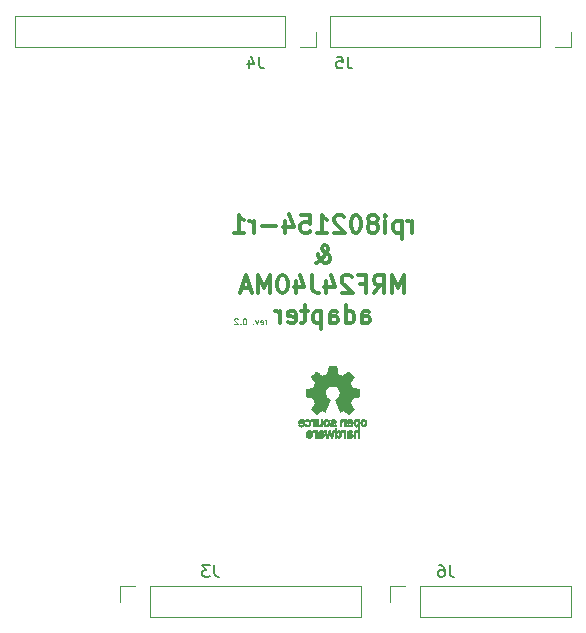
<source format=gbo>
G04 #@! TF.GenerationSoftware,KiCad,Pcbnew,5.1.5*
G04 #@! TF.CreationDate,2020-04-17T15:56:53+02:00*
G04 #@! TF.ProjectId,rpi_mrf_radio_shield,7270695f-6d72-4665-9f72-6164696f5f73,rev?*
G04 #@! TF.SameCoordinates,Original*
G04 #@! TF.FileFunction,Legend,Bot*
G04 #@! TF.FilePolarity,Positive*
%FSLAX46Y46*%
G04 Gerber Fmt 4.6, Leading zero omitted, Abs format (unit mm)*
G04 Created by KiCad (PCBNEW 5.1.5) date 2020-04-17 15:56:53*
%MOMM*%
%LPD*%
G04 APERTURE LIST*
%ADD10C,0.125000*%
%ADD11C,0.300000*%
%ADD12C,0.010000*%
%ADD13C,0.120000*%
%ADD14C,0.150000*%
G04 APERTURE END LIST*
D10*
X150236138Y-112641590D02*
X150236138Y-112308257D01*
X150236138Y-112403495D02*
X150212328Y-112355876D01*
X150188519Y-112332066D01*
X150140900Y-112308257D01*
X150093280Y-112308257D01*
X149736138Y-112617780D02*
X149783757Y-112641590D01*
X149878995Y-112641590D01*
X149926614Y-112617780D01*
X149950423Y-112570161D01*
X149950423Y-112379685D01*
X149926614Y-112332066D01*
X149878995Y-112308257D01*
X149783757Y-112308257D01*
X149736138Y-112332066D01*
X149712328Y-112379685D01*
X149712328Y-112427304D01*
X149950423Y-112474923D01*
X149545661Y-112308257D02*
X149426614Y-112641590D01*
X149307566Y-112308257D01*
X149117090Y-112593971D02*
X149093280Y-112617780D01*
X149117090Y-112641590D01*
X149140900Y-112617780D01*
X149117090Y-112593971D01*
X149117090Y-112641590D01*
X148402804Y-112141590D02*
X148355185Y-112141590D01*
X148307566Y-112165400D01*
X148283757Y-112189209D01*
X148259947Y-112236828D01*
X148236138Y-112332066D01*
X148236138Y-112451114D01*
X148259947Y-112546352D01*
X148283757Y-112593971D01*
X148307566Y-112617780D01*
X148355185Y-112641590D01*
X148402804Y-112641590D01*
X148450423Y-112617780D01*
X148474233Y-112593971D01*
X148498042Y-112546352D01*
X148521852Y-112451114D01*
X148521852Y-112332066D01*
X148498042Y-112236828D01*
X148474233Y-112189209D01*
X148450423Y-112165400D01*
X148402804Y-112141590D01*
X148021852Y-112593971D02*
X147998042Y-112617780D01*
X148021852Y-112641590D01*
X148045661Y-112617780D01*
X148021852Y-112593971D01*
X148021852Y-112641590D01*
X147807566Y-112189209D02*
X147783757Y-112165400D01*
X147736138Y-112141590D01*
X147617090Y-112141590D01*
X147569471Y-112165400D01*
X147545661Y-112189209D01*
X147521852Y-112236828D01*
X147521852Y-112284447D01*
X147545661Y-112355876D01*
X147831376Y-112641590D01*
X147521852Y-112641590D01*
D11*
X162602614Y-104900171D02*
X162602614Y-103900171D01*
X162602614Y-104185885D02*
X162531185Y-104043028D01*
X162459757Y-103971600D01*
X162316900Y-103900171D01*
X162174042Y-103900171D01*
X161674042Y-103900171D02*
X161674042Y-105400171D01*
X161674042Y-103971600D02*
X161531185Y-103900171D01*
X161245471Y-103900171D01*
X161102614Y-103971600D01*
X161031185Y-104043028D01*
X160959757Y-104185885D01*
X160959757Y-104614457D01*
X161031185Y-104757314D01*
X161102614Y-104828742D01*
X161245471Y-104900171D01*
X161531185Y-104900171D01*
X161674042Y-104828742D01*
X160316900Y-104900171D02*
X160316900Y-103900171D01*
X160316900Y-103400171D02*
X160388328Y-103471600D01*
X160316900Y-103543028D01*
X160245471Y-103471600D01*
X160316900Y-103400171D01*
X160316900Y-103543028D01*
X159388328Y-104043028D02*
X159531185Y-103971600D01*
X159602614Y-103900171D01*
X159674042Y-103757314D01*
X159674042Y-103685885D01*
X159602614Y-103543028D01*
X159531185Y-103471600D01*
X159388328Y-103400171D01*
X159102614Y-103400171D01*
X158959757Y-103471600D01*
X158888328Y-103543028D01*
X158816900Y-103685885D01*
X158816900Y-103757314D01*
X158888328Y-103900171D01*
X158959757Y-103971600D01*
X159102614Y-104043028D01*
X159388328Y-104043028D01*
X159531185Y-104114457D01*
X159602614Y-104185885D01*
X159674042Y-104328742D01*
X159674042Y-104614457D01*
X159602614Y-104757314D01*
X159531185Y-104828742D01*
X159388328Y-104900171D01*
X159102614Y-104900171D01*
X158959757Y-104828742D01*
X158888328Y-104757314D01*
X158816900Y-104614457D01*
X158816900Y-104328742D01*
X158888328Y-104185885D01*
X158959757Y-104114457D01*
X159102614Y-104043028D01*
X157888328Y-103400171D02*
X157745471Y-103400171D01*
X157602614Y-103471600D01*
X157531185Y-103543028D01*
X157459757Y-103685885D01*
X157388328Y-103971600D01*
X157388328Y-104328742D01*
X157459757Y-104614457D01*
X157531185Y-104757314D01*
X157602614Y-104828742D01*
X157745471Y-104900171D01*
X157888328Y-104900171D01*
X158031185Y-104828742D01*
X158102614Y-104757314D01*
X158174042Y-104614457D01*
X158245471Y-104328742D01*
X158245471Y-103971600D01*
X158174042Y-103685885D01*
X158102614Y-103543028D01*
X158031185Y-103471600D01*
X157888328Y-103400171D01*
X156816900Y-103543028D02*
X156745471Y-103471600D01*
X156602614Y-103400171D01*
X156245471Y-103400171D01*
X156102614Y-103471600D01*
X156031185Y-103543028D01*
X155959757Y-103685885D01*
X155959757Y-103828742D01*
X156031185Y-104043028D01*
X156888328Y-104900171D01*
X155959757Y-104900171D01*
X154531185Y-104900171D02*
X155388328Y-104900171D01*
X154959757Y-104900171D02*
X154959757Y-103400171D01*
X155102614Y-103614457D01*
X155245471Y-103757314D01*
X155388328Y-103828742D01*
X153174042Y-103400171D02*
X153888328Y-103400171D01*
X153959757Y-104114457D01*
X153888328Y-104043028D01*
X153745471Y-103971600D01*
X153388328Y-103971600D01*
X153245471Y-104043028D01*
X153174042Y-104114457D01*
X153102614Y-104257314D01*
X153102614Y-104614457D01*
X153174042Y-104757314D01*
X153245471Y-104828742D01*
X153388328Y-104900171D01*
X153745471Y-104900171D01*
X153888328Y-104828742D01*
X153959757Y-104757314D01*
X151816900Y-103900171D02*
X151816900Y-104900171D01*
X152174042Y-103328742D02*
X152531185Y-104400171D01*
X151602614Y-104400171D01*
X151031185Y-104328742D02*
X149888328Y-104328742D01*
X149174042Y-104900171D02*
X149174042Y-103900171D01*
X149174042Y-104185885D02*
X149102614Y-104043028D01*
X149031185Y-103971600D01*
X148888328Y-103900171D01*
X148745471Y-103900171D01*
X147459757Y-104900171D02*
X148316900Y-104900171D01*
X147888328Y-104900171D02*
X147888328Y-103400171D01*
X148031185Y-103614457D01*
X148174042Y-103757314D01*
X148316900Y-103828742D01*
X154424042Y-107450171D02*
X154495471Y-107450171D01*
X154638328Y-107378742D01*
X154852614Y-107164457D01*
X155209757Y-106735885D01*
X155352614Y-106521600D01*
X155424042Y-106307314D01*
X155424042Y-106164457D01*
X155352614Y-106021600D01*
X155209757Y-105950171D01*
X155138328Y-105950171D01*
X154995471Y-106021600D01*
X154924042Y-106164457D01*
X154924042Y-106235885D01*
X154995471Y-106378742D01*
X155066900Y-106450171D01*
X155495471Y-106735885D01*
X155566900Y-106807314D01*
X155638328Y-106950171D01*
X155638328Y-107164457D01*
X155566900Y-107307314D01*
X155495471Y-107378742D01*
X155352614Y-107450171D01*
X155138328Y-107450171D01*
X154995471Y-107378742D01*
X154924042Y-107307314D01*
X154709757Y-107021600D01*
X154638328Y-106807314D01*
X154638328Y-106664457D01*
X161888328Y-110000171D02*
X161888328Y-108500171D01*
X161388328Y-109571600D01*
X160888328Y-108500171D01*
X160888328Y-110000171D01*
X159316900Y-110000171D02*
X159816900Y-109285885D01*
X160174042Y-110000171D02*
X160174042Y-108500171D01*
X159602614Y-108500171D01*
X159459757Y-108571600D01*
X159388328Y-108643028D01*
X159316900Y-108785885D01*
X159316900Y-109000171D01*
X159388328Y-109143028D01*
X159459757Y-109214457D01*
X159602614Y-109285885D01*
X160174042Y-109285885D01*
X158174042Y-109214457D02*
X158674042Y-109214457D01*
X158674042Y-110000171D02*
X158674042Y-108500171D01*
X157959757Y-108500171D01*
X157459757Y-108643028D02*
X157388328Y-108571600D01*
X157245471Y-108500171D01*
X156888328Y-108500171D01*
X156745471Y-108571600D01*
X156674042Y-108643028D01*
X156602614Y-108785885D01*
X156602614Y-108928742D01*
X156674042Y-109143028D01*
X157531185Y-110000171D01*
X156602614Y-110000171D01*
X155316900Y-109000171D02*
X155316900Y-110000171D01*
X155674042Y-108428742D02*
X156031185Y-109500171D01*
X155102614Y-109500171D01*
X154102614Y-108500171D02*
X154102614Y-109571600D01*
X154174042Y-109785885D01*
X154316900Y-109928742D01*
X154531185Y-110000171D01*
X154674042Y-110000171D01*
X152745471Y-109000171D02*
X152745471Y-110000171D01*
X153102614Y-108428742D02*
X153459757Y-109500171D01*
X152531185Y-109500171D01*
X151674042Y-108500171D02*
X151531185Y-108500171D01*
X151388328Y-108571600D01*
X151316900Y-108643028D01*
X151245471Y-108785885D01*
X151174042Y-109071600D01*
X151174042Y-109428742D01*
X151245471Y-109714457D01*
X151316900Y-109857314D01*
X151388328Y-109928742D01*
X151531185Y-110000171D01*
X151674042Y-110000171D01*
X151816900Y-109928742D01*
X151888328Y-109857314D01*
X151959757Y-109714457D01*
X152031185Y-109428742D01*
X152031185Y-109071600D01*
X151959757Y-108785885D01*
X151888328Y-108643028D01*
X151816900Y-108571600D01*
X151674042Y-108500171D01*
X150531185Y-110000171D02*
X150531185Y-108500171D01*
X150031185Y-109571600D01*
X149531185Y-108500171D01*
X149531185Y-110000171D01*
X148888328Y-109571600D02*
X148174042Y-109571600D01*
X149031185Y-110000171D02*
X148531185Y-108500171D01*
X148031185Y-110000171D01*
X158316900Y-112550171D02*
X158316900Y-111764457D01*
X158388328Y-111621600D01*
X158531185Y-111550171D01*
X158816900Y-111550171D01*
X158959757Y-111621600D01*
X158316900Y-112478742D02*
X158459757Y-112550171D01*
X158816900Y-112550171D01*
X158959757Y-112478742D01*
X159031185Y-112335885D01*
X159031185Y-112193028D01*
X158959757Y-112050171D01*
X158816900Y-111978742D01*
X158459757Y-111978742D01*
X158316900Y-111907314D01*
X156959757Y-112550171D02*
X156959757Y-111050171D01*
X156959757Y-112478742D02*
X157102614Y-112550171D01*
X157388328Y-112550171D01*
X157531185Y-112478742D01*
X157602614Y-112407314D01*
X157674042Y-112264457D01*
X157674042Y-111835885D01*
X157602614Y-111693028D01*
X157531185Y-111621600D01*
X157388328Y-111550171D01*
X157102614Y-111550171D01*
X156959757Y-111621600D01*
X155602614Y-112550171D02*
X155602614Y-111764457D01*
X155674042Y-111621600D01*
X155816900Y-111550171D01*
X156102614Y-111550171D01*
X156245471Y-111621600D01*
X155602614Y-112478742D02*
X155745471Y-112550171D01*
X156102614Y-112550171D01*
X156245471Y-112478742D01*
X156316900Y-112335885D01*
X156316900Y-112193028D01*
X156245471Y-112050171D01*
X156102614Y-111978742D01*
X155745471Y-111978742D01*
X155602614Y-111907314D01*
X154888328Y-111550171D02*
X154888328Y-113050171D01*
X154888328Y-111621600D02*
X154745471Y-111550171D01*
X154459757Y-111550171D01*
X154316900Y-111621600D01*
X154245471Y-111693028D01*
X154174042Y-111835885D01*
X154174042Y-112264457D01*
X154245471Y-112407314D01*
X154316900Y-112478742D01*
X154459757Y-112550171D01*
X154745471Y-112550171D01*
X154888328Y-112478742D01*
X153745471Y-111550171D02*
X153174042Y-111550171D01*
X153531185Y-111050171D02*
X153531185Y-112335885D01*
X153459757Y-112478742D01*
X153316900Y-112550171D01*
X153174042Y-112550171D01*
X152102614Y-112478742D02*
X152245471Y-112550171D01*
X152531185Y-112550171D01*
X152674042Y-112478742D01*
X152745471Y-112335885D01*
X152745471Y-111764457D01*
X152674042Y-111621600D01*
X152531185Y-111550171D01*
X152245471Y-111550171D01*
X152102614Y-111621600D01*
X152031185Y-111764457D01*
X152031185Y-111907314D01*
X152745471Y-112050171D01*
X151388328Y-112550171D02*
X151388328Y-111550171D01*
X151388328Y-111835885D02*
X151316900Y-111693028D01*
X151245471Y-111621600D01*
X151102614Y-111550171D01*
X150959757Y-111550171D01*
D12*
G36*
X157733859Y-120691784D02*
G01*
X157707347Y-120704882D01*
X157674653Y-120727706D01*
X157650825Y-120752596D01*
X157634506Y-120783849D01*
X157624340Y-120825766D01*
X157618972Y-120882644D01*
X157617044Y-120958784D01*
X157616931Y-120991517D01*
X157617261Y-121063256D01*
X157618627Y-121114527D01*
X157621600Y-121150004D01*
X157626749Y-121174363D01*
X157634643Y-121192280D01*
X157642857Y-121204502D01*
X157695287Y-121256505D01*
X157757030Y-121287784D01*
X157823636Y-121297192D01*
X157890658Y-121283580D01*
X157911892Y-121273954D01*
X157962724Y-121247459D01*
X157962724Y-121662652D01*
X157925625Y-121643468D01*
X157876743Y-121628625D01*
X157816661Y-121624822D01*
X157756664Y-121631843D01*
X157711356Y-121647613D01*
X157673775Y-121677647D01*
X157641664Y-121720624D01*
X157639250Y-121725036D01*
X157629067Y-121745821D01*
X157621630Y-121766770D01*
X157616511Y-121792148D01*
X157613281Y-121826218D01*
X157611513Y-121873241D01*
X157610777Y-121937482D01*
X157610644Y-122009776D01*
X157610644Y-122240422D01*
X157748961Y-122240422D01*
X157748961Y-121815133D01*
X157787649Y-121782579D01*
X157827838Y-121756540D01*
X157865897Y-121751805D01*
X157904166Y-121763989D01*
X157924562Y-121775920D01*
X157939742Y-121792913D01*
X157950538Y-121818595D01*
X157957783Y-121856591D01*
X157962308Y-121910526D01*
X157964944Y-121984025D01*
X157965872Y-122032947D01*
X157969011Y-122234135D01*
X158035026Y-122237936D01*
X158101040Y-122241736D01*
X158101040Y-120993250D01*
X157962724Y-120993250D01*
X157959197Y-121062854D01*
X157947315Y-121111169D01*
X157925120Y-121141231D01*
X157890659Y-121156071D01*
X157855842Y-121159036D01*
X157816429Y-121155628D01*
X157790271Y-121142217D01*
X157773914Y-121124496D01*
X157761037Y-121105435D01*
X157753372Y-121084201D01*
X157749961Y-121054449D01*
X157749849Y-121009836D01*
X157750997Y-120972480D01*
X157753632Y-120916204D01*
X157757556Y-120879258D01*
X157764163Y-120855823D01*
X157774849Y-120840080D01*
X157784933Y-120830980D01*
X157827070Y-120811137D01*
X157876940Y-120807932D01*
X157905576Y-120814768D01*
X157933928Y-120839064D01*
X157952709Y-120886328D01*
X157961812Y-120956224D01*
X157962724Y-120993250D01*
X158101040Y-120993250D01*
X158101040Y-120681214D01*
X158031882Y-120681214D01*
X157990360Y-120682856D01*
X157968938Y-120688687D01*
X157962726Y-120700061D01*
X157962724Y-120700398D01*
X157959842Y-120711538D01*
X157947130Y-120710273D01*
X157921857Y-120698033D01*
X157862969Y-120679307D01*
X157796715Y-120677339D01*
X157733859Y-120691784D01*
G37*
X157733859Y-120691784D02*
X157707347Y-120704882D01*
X157674653Y-120727706D01*
X157650825Y-120752596D01*
X157634506Y-120783849D01*
X157624340Y-120825766D01*
X157618972Y-120882644D01*
X157617044Y-120958784D01*
X157616931Y-120991517D01*
X157617261Y-121063256D01*
X157618627Y-121114527D01*
X157621600Y-121150004D01*
X157626749Y-121174363D01*
X157634643Y-121192280D01*
X157642857Y-121204502D01*
X157695287Y-121256505D01*
X157757030Y-121287784D01*
X157823636Y-121297192D01*
X157890658Y-121283580D01*
X157911892Y-121273954D01*
X157962724Y-121247459D01*
X157962724Y-121662652D01*
X157925625Y-121643468D01*
X157876743Y-121628625D01*
X157816661Y-121624822D01*
X157756664Y-121631843D01*
X157711356Y-121647613D01*
X157673775Y-121677647D01*
X157641664Y-121720624D01*
X157639250Y-121725036D01*
X157629067Y-121745821D01*
X157621630Y-121766770D01*
X157616511Y-121792148D01*
X157613281Y-121826218D01*
X157611513Y-121873241D01*
X157610777Y-121937482D01*
X157610644Y-122009776D01*
X157610644Y-122240422D01*
X157748961Y-122240422D01*
X157748961Y-121815133D01*
X157787649Y-121782579D01*
X157827838Y-121756540D01*
X157865897Y-121751805D01*
X157904166Y-121763989D01*
X157924562Y-121775920D01*
X157939742Y-121792913D01*
X157950538Y-121818595D01*
X157957783Y-121856591D01*
X157962308Y-121910526D01*
X157964944Y-121984025D01*
X157965872Y-122032947D01*
X157969011Y-122234135D01*
X158035026Y-122237936D01*
X158101040Y-122241736D01*
X158101040Y-120993250D01*
X157962724Y-120993250D01*
X157959197Y-121062854D01*
X157947315Y-121111169D01*
X157925120Y-121141231D01*
X157890659Y-121156071D01*
X157855842Y-121159036D01*
X157816429Y-121155628D01*
X157790271Y-121142217D01*
X157773914Y-121124496D01*
X157761037Y-121105435D01*
X157753372Y-121084201D01*
X157749961Y-121054449D01*
X157749849Y-121009836D01*
X157750997Y-120972480D01*
X157753632Y-120916204D01*
X157757556Y-120879258D01*
X157764163Y-120855823D01*
X157774849Y-120840080D01*
X157784933Y-120830980D01*
X157827070Y-120811137D01*
X157876940Y-120807932D01*
X157905576Y-120814768D01*
X157933928Y-120839064D01*
X157952709Y-120886328D01*
X157961812Y-120956224D01*
X157962724Y-120993250D01*
X158101040Y-120993250D01*
X158101040Y-120681214D01*
X158031882Y-120681214D01*
X157990360Y-120682856D01*
X157968938Y-120688687D01*
X157962726Y-120700061D01*
X157962724Y-120700398D01*
X157959842Y-120711538D01*
X157947130Y-120710273D01*
X157921857Y-120698033D01*
X157862969Y-120679307D01*
X157796715Y-120677339D01*
X157733859Y-120691784D01*
G36*
X157209310Y-121629155D02*
G01*
X157150155Y-121644939D01*
X157105123Y-121673548D01*
X157073346Y-121711019D01*
X157063466Y-121727011D01*
X157056173Y-121743763D01*
X157051074Y-121765192D01*
X157047779Y-121795216D01*
X157045897Y-121837754D01*
X157045037Y-121896722D01*
X157044807Y-121976040D01*
X157044803Y-121997084D01*
X157044803Y-122240422D01*
X157105159Y-122240422D01*
X157143657Y-122237726D01*
X157172123Y-122230895D01*
X157179255Y-122226683D01*
X157198752Y-122219413D01*
X157218666Y-122226683D01*
X157251453Y-122235760D01*
X157299078Y-122239413D01*
X157351864Y-122237828D01*
X157400136Y-122231189D01*
X157428318Y-122222672D01*
X157482853Y-122187663D01*
X157516935Y-122139079D01*
X157532257Y-122074482D01*
X157532399Y-122072823D01*
X157531055Y-122044166D01*
X157409456Y-122044166D01*
X157398826Y-122076761D01*
X157381510Y-122095105D01*
X157346752Y-122108979D01*
X157300873Y-122114517D01*
X157254088Y-122111791D01*
X157216614Y-122100874D01*
X157206115Y-122093869D01*
X157187768Y-122061504D01*
X157183120Y-122024711D01*
X157183120Y-121976363D01*
X157252682Y-121976363D01*
X157318767Y-121981450D01*
X157368864Y-121995863D01*
X157400029Y-122018329D01*
X157409456Y-122044166D01*
X157531055Y-122044166D01*
X157529087Y-122002247D01*
X157505810Y-121946445D01*
X157462048Y-121904247D01*
X157455999Y-121900408D01*
X157430007Y-121887909D01*
X157397835Y-121880340D01*
X157352860Y-121876661D01*
X157299431Y-121875816D01*
X157183120Y-121875769D01*
X157183120Y-121827011D01*
X157188053Y-121789181D01*
X157200643Y-121763836D01*
X157202117Y-121762487D01*
X157230134Y-121751400D01*
X157272426Y-121747103D01*
X157319164Y-121749215D01*
X157360518Y-121757356D01*
X157385057Y-121769565D01*
X157398353Y-121779346D01*
X157412394Y-121781213D01*
X157431771Y-121773200D01*
X157461076Y-121753339D01*
X157504903Y-121719663D01*
X157508925Y-121716509D01*
X157506864Y-121704836D01*
X157489668Y-121685422D01*
X157463533Y-121663848D01*
X157434652Y-121645696D01*
X157425578Y-121641409D01*
X157392480Y-121632856D01*
X157343980Y-121626755D01*
X157289795Y-121624308D01*
X157287261Y-121624303D01*
X157209310Y-121629155D01*
G37*
X157209310Y-121629155D02*
X157150155Y-121644939D01*
X157105123Y-121673548D01*
X157073346Y-121711019D01*
X157063466Y-121727011D01*
X157056173Y-121743763D01*
X157051074Y-121765192D01*
X157047779Y-121795216D01*
X157045897Y-121837754D01*
X157045037Y-121896722D01*
X157044807Y-121976040D01*
X157044803Y-121997084D01*
X157044803Y-122240422D01*
X157105159Y-122240422D01*
X157143657Y-122237726D01*
X157172123Y-122230895D01*
X157179255Y-122226683D01*
X157198752Y-122219413D01*
X157218666Y-122226683D01*
X157251453Y-122235760D01*
X157299078Y-122239413D01*
X157351864Y-122237828D01*
X157400136Y-122231189D01*
X157428318Y-122222672D01*
X157482853Y-122187663D01*
X157516935Y-122139079D01*
X157532257Y-122074482D01*
X157532399Y-122072823D01*
X157531055Y-122044166D01*
X157409456Y-122044166D01*
X157398826Y-122076761D01*
X157381510Y-122095105D01*
X157346752Y-122108979D01*
X157300873Y-122114517D01*
X157254088Y-122111791D01*
X157216614Y-122100874D01*
X157206115Y-122093869D01*
X157187768Y-122061504D01*
X157183120Y-122024711D01*
X157183120Y-121976363D01*
X157252682Y-121976363D01*
X157318767Y-121981450D01*
X157368864Y-121995863D01*
X157400029Y-122018329D01*
X157409456Y-122044166D01*
X157531055Y-122044166D01*
X157529087Y-122002247D01*
X157505810Y-121946445D01*
X157462048Y-121904247D01*
X157455999Y-121900408D01*
X157430007Y-121887909D01*
X157397835Y-121880340D01*
X157352860Y-121876661D01*
X157299431Y-121875816D01*
X157183120Y-121875769D01*
X157183120Y-121827011D01*
X157188053Y-121789181D01*
X157200643Y-121763836D01*
X157202117Y-121762487D01*
X157230134Y-121751400D01*
X157272426Y-121747103D01*
X157319164Y-121749215D01*
X157360518Y-121757356D01*
X157385057Y-121769565D01*
X157398353Y-121779346D01*
X157412394Y-121781213D01*
X157431771Y-121773200D01*
X157461076Y-121753339D01*
X157504903Y-121719663D01*
X157508925Y-121716509D01*
X157506864Y-121704836D01*
X157489668Y-121685422D01*
X157463533Y-121663848D01*
X157434652Y-121645696D01*
X157425578Y-121641409D01*
X157392480Y-121632856D01*
X157343980Y-121626755D01*
X157289795Y-121624308D01*
X157287261Y-121624303D01*
X157209310Y-121629155D01*
G36*
X156818456Y-121625620D02*
G01*
X156799639Y-121631260D01*
X156793573Y-121643653D01*
X156793318Y-121649247D01*
X156792229Y-121664830D01*
X156784732Y-121667276D01*
X156764481Y-121656593D01*
X156752451Y-121649294D01*
X156714500Y-121633663D01*
X156669172Y-121625934D01*
X156621644Y-121625340D01*
X156577095Y-121631113D01*
X156540702Y-121642484D01*
X156517643Y-121658688D01*
X156513096Y-121678955D01*
X156515391Y-121684443D01*
X156532120Y-121707226D01*
X156558063Y-121735247D01*
X156562755Y-121739777D01*
X156587483Y-121760605D01*
X156608818Y-121767335D01*
X156638655Y-121762638D01*
X156650608Y-121759517D01*
X156687805Y-121752021D01*
X156713959Y-121755392D01*
X156736046Y-121767281D01*
X156756278Y-121783235D01*
X156771179Y-121803300D01*
X156781534Y-121831302D01*
X156788129Y-121871067D01*
X156791749Y-121926423D01*
X156793178Y-122001194D01*
X156793318Y-122046340D01*
X156793318Y-122240422D01*
X156919060Y-122240422D01*
X156919060Y-121624283D01*
X156856189Y-121624283D01*
X156818456Y-121625620D01*
G37*
X156818456Y-121625620D02*
X156799639Y-121631260D01*
X156793573Y-121643653D01*
X156793318Y-121649247D01*
X156792229Y-121664830D01*
X156784732Y-121667276D01*
X156764481Y-121656593D01*
X156752451Y-121649294D01*
X156714500Y-121633663D01*
X156669172Y-121625934D01*
X156621644Y-121625340D01*
X156577095Y-121631113D01*
X156540702Y-121642484D01*
X156517643Y-121658688D01*
X156513096Y-121678955D01*
X156515391Y-121684443D01*
X156532120Y-121707226D01*
X156558063Y-121735247D01*
X156562755Y-121739777D01*
X156587483Y-121760605D01*
X156608818Y-121767335D01*
X156638655Y-121762638D01*
X156650608Y-121759517D01*
X156687805Y-121752021D01*
X156713959Y-121755392D01*
X156736046Y-121767281D01*
X156756278Y-121783235D01*
X156771179Y-121803300D01*
X156781534Y-121831302D01*
X156788129Y-121871067D01*
X156791749Y-121926423D01*
X156793178Y-122001194D01*
X156793318Y-122046340D01*
X156793318Y-122240422D01*
X156919060Y-122240422D01*
X156919060Y-121624283D01*
X156856189Y-121624283D01*
X156818456Y-121625620D01*
G36*
X156026288Y-122240422D02*
G01*
X156095446Y-122240422D01*
X156135588Y-122239245D01*
X156156494Y-122234372D01*
X156164022Y-122223786D01*
X156164605Y-122216629D01*
X156165874Y-122202276D01*
X156173879Y-122199523D01*
X156194915Y-122208371D01*
X156211273Y-122216629D01*
X156274077Y-122236197D01*
X156342348Y-122237329D01*
X156397852Y-122222735D01*
X156449538Y-122187477D01*
X156488938Y-122135435D01*
X156510513Y-122074050D01*
X156511062Y-122070618D01*
X156514267Y-122033171D01*
X156515861Y-121979413D01*
X156515733Y-121938755D01*
X156378379Y-121938755D01*
X156375197Y-121992794D01*
X156367959Y-122037335D01*
X156358160Y-122062488D01*
X156321089Y-122096860D01*
X156277074Y-122109182D01*
X156231684Y-122099218D01*
X156192897Y-122069495D01*
X156178208Y-122049505D01*
X156169619Y-122025650D01*
X156165596Y-121990830D01*
X156164605Y-121938530D01*
X156166378Y-121886739D01*
X156171063Y-121841234D01*
X156177703Y-121810781D01*
X156178810Y-121808052D01*
X156205591Y-121775600D01*
X156244679Y-121757783D01*
X156288415Y-121754906D01*
X156329138Y-121767274D01*
X156359187Y-121795193D01*
X156362304Y-121800748D01*
X156372061Y-121834622D01*
X156377377Y-121883328D01*
X156378379Y-121938755D01*
X156515733Y-121938755D01*
X156515668Y-121918140D01*
X156514764Y-121885163D01*
X156508614Y-121803581D01*
X156495833Y-121742330D01*
X156474571Y-121697049D01*
X156442978Y-121663379D01*
X156412307Y-121643614D01*
X156369454Y-121629720D01*
X156316156Y-121624954D01*
X156261580Y-121628836D01*
X156214892Y-121640882D01*
X156190224Y-121655293D01*
X156164605Y-121678478D01*
X156164605Y-121385373D01*
X156026288Y-121385373D01*
X156026288Y-122240422D01*
G37*
X156026288Y-122240422D02*
X156095446Y-122240422D01*
X156135588Y-122239245D01*
X156156494Y-122234372D01*
X156164022Y-122223786D01*
X156164605Y-122216629D01*
X156165874Y-122202276D01*
X156173879Y-122199523D01*
X156194915Y-122208371D01*
X156211273Y-122216629D01*
X156274077Y-122236197D01*
X156342348Y-122237329D01*
X156397852Y-122222735D01*
X156449538Y-122187477D01*
X156488938Y-122135435D01*
X156510513Y-122074050D01*
X156511062Y-122070618D01*
X156514267Y-122033171D01*
X156515861Y-121979413D01*
X156515733Y-121938755D01*
X156378379Y-121938755D01*
X156375197Y-121992794D01*
X156367959Y-122037335D01*
X156358160Y-122062488D01*
X156321089Y-122096860D01*
X156277074Y-122109182D01*
X156231684Y-122099218D01*
X156192897Y-122069495D01*
X156178208Y-122049505D01*
X156169619Y-122025650D01*
X156165596Y-121990830D01*
X156164605Y-121938530D01*
X156166378Y-121886739D01*
X156171063Y-121841234D01*
X156177703Y-121810781D01*
X156178810Y-121808052D01*
X156205591Y-121775600D01*
X156244679Y-121757783D01*
X156288415Y-121754906D01*
X156329138Y-121767274D01*
X156359187Y-121795193D01*
X156362304Y-121800748D01*
X156372061Y-121834622D01*
X156377377Y-121883328D01*
X156378379Y-121938755D01*
X156515733Y-121938755D01*
X156515668Y-121918140D01*
X156514764Y-121885163D01*
X156508614Y-121803581D01*
X156495833Y-121742330D01*
X156474571Y-121697049D01*
X156442978Y-121663379D01*
X156412307Y-121643614D01*
X156369454Y-121629720D01*
X156316156Y-121624954D01*
X156261580Y-121628836D01*
X156214892Y-121640882D01*
X156190224Y-121655293D01*
X156164605Y-121678478D01*
X156164605Y-121385373D01*
X156026288Y-121385373D01*
X156026288Y-122240422D01*
G36*
X155543576Y-121626837D02*
G01*
X155493845Y-121630571D01*
X155363809Y-122020373D01*
X155343422Y-121951214D01*
X155331154Y-121908474D01*
X155315015Y-121850715D01*
X155297588Y-121787225D01*
X155288374Y-121753170D01*
X155253712Y-121624283D01*
X155110709Y-121624283D01*
X155153454Y-121759457D01*
X155174504Y-121825942D01*
X155199933Y-121906139D01*
X155226490Y-121989793D01*
X155250198Y-122064382D01*
X155304198Y-122234135D01*
X155362502Y-122237928D01*
X155420805Y-122241722D01*
X155452421Y-122137334D01*
X155471918Y-122072489D01*
X155493196Y-122001000D01*
X155511792Y-121937863D01*
X155512526Y-121935350D01*
X155526416Y-121892569D01*
X155538671Y-121863379D01*
X155547254Y-121852341D01*
X155549018Y-121853618D01*
X155555209Y-121870730D01*
X155566972Y-121907387D01*
X155582875Y-121958978D01*
X155601486Y-122020894D01*
X155611557Y-122054952D01*
X155666093Y-122240422D01*
X155781836Y-122240422D01*
X155874363Y-121948071D01*
X155900356Y-121866062D01*
X155924034Y-121791587D01*
X155944280Y-121728144D01*
X155959974Y-121679232D01*
X155969998Y-121648349D01*
X155973045Y-121639326D01*
X155970633Y-121630087D01*
X155951692Y-121626041D01*
X155912277Y-121626446D01*
X155906107Y-121626752D01*
X155833014Y-121630571D01*
X155785143Y-121806610D01*
X155767547Y-121870811D01*
X155751823Y-121927249D01*
X155739354Y-121971022D01*
X155731526Y-121997230D01*
X155730080Y-122001503D01*
X155724086Y-121996590D01*
X155711999Y-121971132D01*
X155695207Y-121928597D01*
X155675097Y-121872450D01*
X155658097Y-121821730D01*
X155593306Y-121623104D01*
X155543576Y-121626837D01*
G37*
X155543576Y-121626837D02*
X155493845Y-121630571D01*
X155363809Y-122020373D01*
X155343422Y-121951214D01*
X155331154Y-121908474D01*
X155315015Y-121850715D01*
X155297588Y-121787225D01*
X155288374Y-121753170D01*
X155253712Y-121624283D01*
X155110709Y-121624283D01*
X155153454Y-121759457D01*
X155174504Y-121825942D01*
X155199933Y-121906139D01*
X155226490Y-121989793D01*
X155250198Y-122064382D01*
X155304198Y-122234135D01*
X155362502Y-122237928D01*
X155420805Y-122241722D01*
X155452421Y-122137334D01*
X155471918Y-122072489D01*
X155493196Y-122001000D01*
X155511792Y-121937863D01*
X155512526Y-121935350D01*
X155526416Y-121892569D01*
X155538671Y-121863379D01*
X155547254Y-121852341D01*
X155549018Y-121853618D01*
X155555209Y-121870730D01*
X155566972Y-121907387D01*
X155582875Y-121958978D01*
X155601486Y-122020894D01*
X155611557Y-122054952D01*
X155666093Y-122240422D01*
X155781836Y-122240422D01*
X155874363Y-121948071D01*
X155900356Y-121866062D01*
X155924034Y-121791587D01*
X155944280Y-121728144D01*
X155959974Y-121679232D01*
X155969998Y-121648349D01*
X155973045Y-121639326D01*
X155970633Y-121630087D01*
X155951692Y-121626041D01*
X155912277Y-121626446D01*
X155906107Y-121626752D01*
X155833014Y-121630571D01*
X155785143Y-121806610D01*
X155767547Y-121870811D01*
X155751823Y-121927249D01*
X155739354Y-121971022D01*
X155731526Y-121997230D01*
X155730080Y-122001503D01*
X155724086Y-121996590D01*
X155711999Y-121971132D01*
X155695207Y-121928597D01*
X155675097Y-121872450D01*
X155658097Y-121821730D01*
X155593306Y-121623104D01*
X155543576Y-121626837D01*
G36*
X154786689Y-121628017D02*
G01*
X154733689Y-121640890D01*
X154718369Y-121647710D01*
X154688672Y-121665574D01*
X154665880Y-121685693D01*
X154649017Y-121711562D01*
X154637102Y-121746673D01*
X154629158Y-121794520D01*
X154624206Y-121858596D01*
X154621269Y-121942394D01*
X154620153Y-121998368D01*
X154616048Y-122240422D01*
X154686168Y-122240422D01*
X154728707Y-122238638D01*
X154750624Y-122232542D01*
X154756288Y-122222306D01*
X154759279Y-122211237D01*
X154772649Y-122213354D01*
X154790867Y-122222229D01*
X154836476Y-122235833D01*
X154895093Y-122239499D01*
X154956746Y-122233503D01*
X155011462Y-122218121D01*
X155016370Y-122215986D01*
X155066377Y-122180855D01*
X155099344Y-122132019D01*
X155114513Y-122074933D01*
X155113354Y-122054424D01*
X154989592Y-122054424D01*
X154978687Y-122082025D01*
X154946355Y-122101804D01*
X154894190Y-122112419D01*
X154866313Y-122113828D01*
X154819853Y-122110220D01*
X154788971Y-122096197D01*
X154781436Y-122089531D01*
X154761024Y-122053266D01*
X154756288Y-122020373D01*
X154756288Y-121976363D01*
X154817587Y-121976363D01*
X154888844Y-121979995D01*
X154938824Y-121991418D01*
X154970404Y-122011424D01*
X154977474Y-122020343D01*
X154989592Y-122054424D01*
X155113354Y-122054424D01*
X155111129Y-122015056D01*
X155088437Y-121957844D01*
X155057476Y-121919180D01*
X155038724Y-121902464D01*
X155020367Y-121891478D01*
X154996481Y-121884780D01*
X154961143Y-121880926D01*
X154908431Y-121878473D01*
X154887523Y-121877768D01*
X154756288Y-121873479D01*
X154756480Y-121833758D01*
X154761563Y-121792005D01*
X154779938Y-121766758D01*
X154817061Y-121750630D01*
X154818057Y-121750342D01*
X154870690Y-121744000D01*
X154922194Y-121752284D01*
X154960470Y-121772427D01*
X154975828Y-121782373D01*
X154992370Y-121780997D01*
X155017825Y-121766587D01*
X155032772Y-121756417D01*
X155062009Y-121734688D01*
X155080120Y-121718400D01*
X155083026Y-121713737D01*
X155071060Y-121689605D01*
X155035704Y-121660785D01*
X155020347Y-121651061D01*
X154976199Y-121634314D01*
X154916702Y-121624827D01*
X154850613Y-121622695D01*
X154786689Y-121628017D01*
G37*
X154786689Y-121628017D02*
X154733689Y-121640890D01*
X154718369Y-121647710D01*
X154688672Y-121665574D01*
X154665880Y-121685693D01*
X154649017Y-121711562D01*
X154637102Y-121746673D01*
X154629158Y-121794520D01*
X154624206Y-121858596D01*
X154621269Y-121942394D01*
X154620153Y-121998368D01*
X154616048Y-122240422D01*
X154686168Y-122240422D01*
X154728707Y-122238638D01*
X154750624Y-122232542D01*
X154756288Y-122222306D01*
X154759279Y-122211237D01*
X154772649Y-122213354D01*
X154790867Y-122222229D01*
X154836476Y-122235833D01*
X154895093Y-122239499D01*
X154956746Y-122233503D01*
X155011462Y-122218121D01*
X155016370Y-122215986D01*
X155066377Y-122180855D01*
X155099344Y-122132019D01*
X155114513Y-122074933D01*
X155113354Y-122054424D01*
X154989592Y-122054424D01*
X154978687Y-122082025D01*
X154946355Y-122101804D01*
X154894190Y-122112419D01*
X154866313Y-122113828D01*
X154819853Y-122110220D01*
X154788971Y-122096197D01*
X154781436Y-122089531D01*
X154761024Y-122053266D01*
X154756288Y-122020373D01*
X154756288Y-121976363D01*
X154817587Y-121976363D01*
X154888844Y-121979995D01*
X154938824Y-121991418D01*
X154970404Y-122011424D01*
X154977474Y-122020343D01*
X154989592Y-122054424D01*
X155113354Y-122054424D01*
X155111129Y-122015056D01*
X155088437Y-121957844D01*
X155057476Y-121919180D01*
X155038724Y-121902464D01*
X155020367Y-121891478D01*
X154996481Y-121884780D01*
X154961143Y-121880926D01*
X154908431Y-121878473D01*
X154887523Y-121877768D01*
X154756288Y-121873479D01*
X154756480Y-121833758D01*
X154761563Y-121792005D01*
X154779938Y-121766758D01*
X154817061Y-121750630D01*
X154818057Y-121750342D01*
X154870690Y-121744000D01*
X154922194Y-121752284D01*
X154960470Y-121772427D01*
X154975828Y-121782373D01*
X154992370Y-121780997D01*
X155017825Y-121766587D01*
X155032772Y-121756417D01*
X155062009Y-121734688D01*
X155080120Y-121718400D01*
X155083026Y-121713737D01*
X155071060Y-121689605D01*
X155035704Y-121660785D01*
X155020347Y-121651061D01*
X154976199Y-121634314D01*
X154916702Y-121624827D01*
X154850613Y-121622695D01*
X154786689Y-121628017D01*
G36*
X154189845Y-121624086D02*
G01*
X154141505Y-121633615D01*
X154113986Y-121647725D01*
X154085036Y-121671168D01*
X154126224Y-121723171D01*
X154151618Y-121754664D01*
X154168862Y-121770028D01*
X154185998Y-121772376D01*
X154211073Y-121764817D01*
X154222843Y-121760541D01*
X154270830Y-121754231D01*
X154314776Y-121767756D01*
X154347040Y-121798310D01*
X154352281Y-121808052D01*
X154357988Y-121833858D01*
X154362394Y-121881417D01*
X154365289Y-121947358D01*
X154366469Y-122028310D01*
X154366486Y-122039826D01*
X154366486Y-122240422D01*
X154504803Y-122240422D01*
X154504803Y-121624283D01*
X154435644Y-121624283D01*
X154395767Y-121625325D01*
X154374993Y-121629958D01*
X154367311Y-121640449D01*
X154366486Y-121650345D01*
X154366486Y-121676406D01*
X154333355Y-121650345D01*
X154295365Y-121632565D01*
X154244330Y-121623774D01*
X154189845Y-121624086D01*
G37*
X154189845Y-121624086D02*
X154141505Y-121633615D01*
X154113986Y-121647725D01*
X154085036Y-121671168D01*
X154126224Y-121723171D01*
X154151618Y-121754664D01*
X154168862Y-121770028D01*
X154185998Y-121772376D01*
X154211073Y-121764817D01*
X154222843Y-121760541D01*
X154270830Y-121754231D01*
X154314776Y-121767756D01*
X154347040Y-121798310D01*
X154352281Y-121808052D01*
X154357988Y-121833858D01*
X154362394Y-121881417D01*
X154365289Y-121947358D01*
X154366469Y-122028310D01*
X154366486Y-122039826D01*
X154366486Y-122240422D01*
X154504803Y-122240422D01*
X154504803Y-121624283D01*
X154435644Y-121624283D01*
X154395767Y-121625325D01*
X154374993Y-121629958D01*
X154367311Y-121640449D01*
X154366486Y-121650345D01*
X154366486Y-121676406D01*
X154333355Y-121650345D01*
X154295365Y-121632565D01*
X154244330Y-121623774D01*
X154189845Y-121624086D01*
G36*
X153792519Y-121627570D02*
G01*
X153732415Y-121643197D01*
X153682079Y-121675448D01*
X153657707Y-121699540D01*
X153617755Y-121756495D01*
X153594858Y-121822565D01*
X153586992Y-121903782D01*
X153586952Y-121910348D01*
X153586882Y-121976363D01*
X153966836Y-121976363D01*
X153958737Y-122010942D01*
X153944113Y-122042259D01*
X153918519Y-122074891D01*
X153913165Y-122080100D01*
X153867157Y-122108294D01*
X153814690Y-122113075D01*
X153754297Y-122094526D01*
X153744060Y-122089531D01*
X153712661Y-122074345D01*
X153691630Y-122065694D01*
X153687961Y-122064893D01*
X153675152Y-122072663D01*
X153650722Y-122091672D01*
X153638321Y-122102060D01*
X153612624Y-122125921D01*
X153604185Y-122141677D01*
X153610042Y-122156171D01*
X153613172Y-122160134D01*
X153634375Y-122177479D01*
X153669362Y-122198559D01*
X153693763Y-122210865D01*
X153763028Y-122232546D01*
X153839712Y-122239571D01*
X153912335Y-122231247D01*
X153932674Y-122225286D01*
X153995624Y-122191552D01*
X154042285Y-122139645D01*
X154072927Y-122069059D01*
X154087818Y-121979292D01*
X154089453Y-121932353D01*
X154084679Y-121864013D01*
X153964110Y-121864013D01*
X153952448Y-121869065D01*
X153921102Y-121873029D01*
X153875529Y-121875368D01*
X153844654Y-121875769D01*
X153789119Y-121875383D01*
X153754067Y-121873575D01*
X153734838Y-121869373D01*
X153726770Y-121861803D01*
X153725199Y-121850818D01*
X153735979Y-121816981D01*
X153763120Y-121783540D01*
X153798823Y-121757872D01*
X153834540Y-121747372D01*
X153883052Y-121756686D01*
X153925047Y-121783613D01*
X153954164Y-121822427D01*
X153964110Y-121864013D01*
X154084679Y-121864013D01*
X154082501Y-121832836D01*
X154061045Y-121753549D01*
X154024630Y-121693863D01*
X153972803Y-121653149D01*
X153905110Y-121630779D01*
X153868438Y-121626471D01*
X153792519Y-121627570D01*
G37*
X153792519Y-121627570D02*
X153732415Y-121643197D01*
X153682079Y-121675448D01*
X153657707Y-121699540D01*
X153617755Y-121756495D01*
X153594858Y-121822565D01*
X153586992Y-121903782D01*
X153586952Y-121910348D01*
X153586882Y-121976363D01*
X153966836Y-121976363D01*
X153958737Y-122010942D01*
X153944113Y-122042259D01*
X153918519Y-122074891D01*
X153913165Y-122080100D01*
X153867157Y-122108294D01*
X153814690Y-122113075D01*
X153754297Y-122094526D01*
X153744060Y-122089531D01*
X153712661Y-122074345D01*
X153691630Y-122065694D01*
X153687961Y-122064893D01*
X153675152Y-122072663D01*
X153650722Y-122091672D01*
X153638321Y-122102060D01*
X153612624Y-122125921D01*
X153604185Y-122141677D01*
X153610042Y-122156171D01*
X153613172Y-122160134D01*
X153634375Y-122177479D01*
X153669362Y-122198559D01*
X153693763Y-122210865D01*
X153763028Y-122232546D01*
X153839712Y-122239571D01*
X153912335Y-122231247D01*
X153932674Y-122225286D01*
X153995624Y-122191552D01*
X154042285Y-122139645D01*
X154072927Y-122069059D01*
X154087818Y-121979292D01*
X154089453Y-121932353D01*
X154084679Y-121864013D01*
X153964110Y-121864013D01*
X153952448Y-121869065D01*
X153921102Y-121873029D01*
X153875529Y-121875368D01*
X153844654Y-121875769D01*
X153789119Y-121875383D01*
X153754067Y-121873575D01*
X153734838Y-121869373D01*
X153726770Y-121861803D01*
X153725199Y-121850818D01*
X153735979Y-121816981D01*
X153763120Y-121783540D01*
X153798823Y-121757872D01*
X153834540Y-121747372D01*
X153883052Y-121756686D01*
X153925047Y-121783613D01*
X153954164Y-121822427D01*
X153964110Y-121864013D01*
X154084679Y-121864013D01*
X154082501Y-121832836D01*
X154061045Y-121753549D01*
X154024630Y-121693863D01*
X153972803Y-121653149D01*
X153905110Y-121630779D01*
X153868438Y-121626471D01*
X153792519Y-121627570D01*
G36*
X158363361Y-120687748D02*
G01*
X158297579Y-120716831D01*
X158247640Y-120765393D01*
X158213474Y-120833508D01*
X158195007Y-120921251D01*
X158193683Y-120934951D01*
X158192646Y-121031539D01*
X158206093Y-121116202D01*
X158233208Y-121184821D01*
X158247727Y-121206894D01*
X158298301Y-121253611D01*
X158362709Y-121283868D01*
X158434766Y-121296424D01*
X158508285Y-121290039D01*
X158564172Y-121270372D01*
X158612232Y-121237229D01*
X158651512Y-121193775D01*
X158652192Y-121192758D01*
X158668144Y-121165938D01*
X158678510Y-121138968D01*
X158684788Y-121104932D01*
X158688473Y-121056910D01*
X158690097Y-121017531D01*
X158690772Y-120981819D01*
X158565055Y-120981819D01*
X158563826Y-121017370D01*
X158559366Y-121064694D01*
X158551497Y-121095065D01*
X158537307Y-121116672D01*
X158524017Y-121129294D01*
X158476902Y-121155722D01*
X158427605Y-121159253D01*
X158381693Y-121140239D01*
X158358738Y-121118931D01*
X158342196Y-121097459D01*
X158332521Y-121076913D01*
X158328274Y-121050174D01*
X158328020Y-121010123D01*
X158329328Y-120973238D01*
X158332143Y-120920547D01*
X158336605Y-120886372D01*
X158344648Y-120864080D01*
X158358203Y-120847042D01*
X158368945Y-120837303D01*
X158413877Y-120811723D01*
X158462349Y-120810447D01*
X158502994Y-120825599D01*
X158537667Y-120857242D01*
X158558324Y-120909220D01*
X158565055Y-120981819D01*
X158690772Y-120981819D01*
X158691579Y-120939221D01*
X158689048Y-120880656D01*
X158681462Y-120836607D01*
X158667781Y-120801848D01*
X158646965Y-120771151D01*
X158639247Y-120762036D01*
X158590989Y-120716621D01*
X158539228Y-120690093D01*
X158475928Y-120678979D01*
X158445061Y-120678071D01*
X158363361Y-120687748D01*
G37*
X158363361Y-120687748D02*
X158297579Y-120716831D01*
X158247640Y-120765393D01*
X158213474Y-120833508D01*
X158195007Y-120921251D01*
X158193683Y-120934951D01*
X158192646Y-121031539D01*
X158206093Y-121116202D01*
X158233208Y-121184821D01*
X158247727Y-121206894D01*
X158298301Y-121253611D01*
X158362709Y-121283868D01*
X158434766Y-121296424D01*
X158508285Y-121290039D01*
X158564172Y-121270372D01*
X158612232Y-121237229D01*
X158651512Y-121193775D01*
X158652192Y-121192758D01*
X158668144Y-121165938D01*
X158678510Y-121138968D01*
X158684788Y-121104932D01*
X158688473Y-121056910D01*
X158690097Y-121017531D01*
X158690772Y-120981819D01*
X158565055Y-120981819D01*
X158563826Y-121017370D01*
X158559366Y-121064694D01*
X158551497Y-121095065D01*
X158537307Y-121116672D01*
X158524017Y-121129294D01*
X158476902Y-121155722D01*
X158427605Y-121159253D01*
X158381693Y-121140239D01*
X158358738Y-121118931D01*
X158342196Y-121097459D01*
X158332521Y-121076913D01*
X158328274Y-121050174D01*
X158328020Y-121010123D01*
X158329328Y-120973238D01*
X158332143Y-120920547D01*
X158336605Y-120886372D01*
X158344648Y-120864080D01*
X158358203Y-120847042D01*
X158368945Y-120837303D01*
X158413877Y-120811723D01*
X158462349Y-120810447D01*
X158502994Y-120825599D01*
X158537667Y-120857242D01*
X158558324Y-120909220D01*
X158565055Y-120981819D01*
X158690772Y-120981819D01*
X158691579Y-120939221D01*
X158689048Y-120880656D01*
X158681462Y-120836607D01*
X158667781Y-120801848D01*
X158646965Y-120771151D01*
X158639247Y-120762036D01*
X158590989Y-120716621D01*
X158539228Y-120690093D01*
X158475928Y-120678979D01*
X158445061Y-120678071D01*
X158363361Y-120687748D01*
G36*
X157181799Y-120695214D02*
G01*
X157169268Y-120701114D01*
X157125899Y-120732883D01*
X157084890Y-120779246D01*
X157054268Y-120830296D01*
X157045559Y-120853766D01*
X157037612Y-120895691D01*
X157032874Y-120946357D01*
X157032299Y-120967279D01*
X157032229Y-121033293D01*
X157412183Y-121033293D01*
X157404083Y-121067873D01*
X157384204Y-121108770D01*
X157349447Y-121144114D01*
X157308098Y-121166882D01*
X157281749Y-121171610D01*
X157246016Y-121165873D01*
X157203382Y-121151482D01*
X157188899Y-121144862D01*
X157135340Y-121118113D01*
X157089633Y-121152976D01*
X157063258Y-121176555D01*
X157049224Y-121196017D01*
X157048514Y-121201729D01*
X157061051Y-121215573D01*
X157088528Y-121236612D01*
X157113466Y-121253025D01*
X157180764Y-121282530D01*
X157256210Y-121295884D01*
X157330988Y-121292412D01*
X157390595Y-121274263D01*
X157452041Y-121235384D01*
X157495708Y-121184195D01*
X157523026Y-121117967D01*
X157535422Y-121033971D01*
X157536521Y-120995536D01*
X157532122Y-120907461D01*
X157531582Y-120904899D01*
X157405682Y-120904899D01*
X157402215Y-120913158D01*
X157387963Y-120917713D01*
X157358570Y-120919665D01*
X157309675Y-120920117D01*
X157290848Y-120920125D01*
X157233567Y-120919443D01*
X157197241Y-120916964D01*
X157177704Y-120912043D01*
X157170790Y-120904034D01*
X157170545Y-120901462D01*
X157178436Y-120881023D01*
X157198185Y-120852389D01*
X157206675Y-120842363D01*
X157238194Y-120814008D01*
X157271049Y-120802859D01*
X157288751Y-120801927D01*
X157336639Y-120813581D01*
X157376799Y-120844885D01*
X157402273Y-120890352D01*
X157402725Y-120891833D01*
X157405682Y-120904899D01*
X157531582Y-120904899D01*
X157517492Y-120838110D01*
X157491138Y-120782625D01*
X157458907Y-120743239D01*
X157399317Y-120700531D01*
X157329268Y-120677709D01*
X157254761Y-120675646D01*
X157181799Y-120695214D01*
G37*
X157181799Y-120695214D02*
X157169268Y-120701114D01*
X157125899Y-120732883D01*
X157084890Y-120779246D01*
X157054268Y-120830296D01*
X157045559Y-120853766D01*
X157037612Y-120895691D01*
X157032874Y-120946357D01*
X157032299Y-120967279D01*
X157032229Y-121033293D01*
X157412183Y-121033293D01*
X157404083Y-121067873D01*
X157384204Y-121108770D01*
X157349447Y-121144114D01*
X157308098Y-121166882D01*
X157281749Y-121171610D01*
X157246016Y-121165873D01*
X157203382Y-121151482D01*
X157188899Y-121144862D01*
X157135340Y-121118113D01*
X157089633Y-121152976D01*
X157063258Y-121176555D01*
X157049224Y-121196017D01*
X157048514Y-121201729D01*
X157061051Y-121215573D01*
X157088528Y-121236612D01*
X157113466Y-121253025D01*
X157180764Y-121282530D01*
X157256210Y-121295884D01*
X157330988Y-121292412D01*
X157390595Y-121274263D01*
X157452041Y-121235384D01*
X157495708Y-121184195D01*
X157523026Y-121117967D01*
X157535422Y-121033971D01*
X157536521Y-120995536D01*
X157532122Y-120907461D01*
X157531582Y-120904899D01*
X157405682Y-120904899D01*
X157402215Y-120913158D01*
X157387963Y-120917713D01*
X157358570Y-120919665D01*
X157309675Y-120920117D01*
X157290848Y-120920125D01*
X157233567Y-120919443D01*
X157197241Y-120916964D01*
X157177704Y-120912043D01*
X157170790Y-120904034D01*
X157170545Y-120901462D01*
X157178436Y-120881023D01*
X157198185Y-120852389D01*
X157206675Y-120842363D01*
X157238194Y-120814008D01*
X157271049Y-120802859D01*
X157288751Y-120801927D01*
X157336639Y-120813581D01*
X157376799Y-120844885D01*
X157402273Y-120890352D01*
X157402725Y-120891833D01*
X157405682Y-120904899D01*
X157531582Y-120904899D01*
X157517492Y-120838110D01*
X157491138Y-120782625D01*
X157458907Y-120743239D01*
X157399317Y-120700531D01*
X157329268Y-120677709D01*
X157254761Y-120675646D01*
X157181799Y-120695214D01*
G36*
X155811083Y-120679052D02*
G01*
X155763466Y-120688082D01*
X155714066Y-120706970D01*
X155708788Y-120709377D01*
X155671326Y-120729076D01*
X155645383Y-120747381D01*
X155636997Y-120759108D01*
X155644983Y-120778232D01*
X155664380Y-120806450D01*
X155672990Y-120816984D01*
X155708472Y-120858447D01*
X155754215Y-120831458D01*
X155797750Y-120813478D01*
X155848050Y-120803867D01*
X155896288Y-120803260D01*
X155933633Y-120812291D01*
X155942595Y-120817927D01*
X155959663Y-120843771D01*
X155961737Y-120873541D01*
X155948966Y-120896797D01*
X155941412Y-120901308D01*
X155918775Y-120906909D01*
X155878985Y-120913492D01*
X155829934Y-120919783D01*
X155820885Y-120920770D01*
X155742104Y-120934398D01*
X155684964Y-120957546D01*
X155647070Y-120992352D01*
X155626021Y-121040954D01*
X155619465Y-121100318D01*
X155628523Y-121167798D01*
X155657936Y-121220788D01*
X155707822Y-121259383D01*
X155778300Y-121283681D01*
X155856535Y-121293267D01*
X155920334Y-121293152D01*
X155972084Y-121284445D01*
X156007427Y-121272425D01*
X156052083Y-121251480D01*
X156093353Y-121227174D01*
X156108021Y-121216476D01*
X156145743Y-121185684D01*
X156100248Y-121139649D01*
X156054753Y-121093613D01*
X156003028Y-121127843D01*
X155951148Y-121153552D01*
X155895749Y-121166999D01*
X155842495Y-121168418D01*
X155797051Y-121158043D01*
X155765084Y-121136107D01*
X155754762Y-121117598D01*
X155756311Y-121087914D01*
X155781960Y-121065215D01*
X155831640Y-121049540D01*
X155886069Y-121042295D01*
X155969836Y-121028473D01*
X156032067Y-121002396D01*
X156073593Y-120963299D01*
X156095247Y-120910420D01*
X156098247Y-120847726D01*
X156083429Y-120782242D01*
X156049646Y-120732744D01*
X155996595Y-120699008D01*
X155923974Y-120680807D01*
X155870172Y-120677239D01*
X155811083Y-120679052D01*
G37*
X155811083Y-120679052D02*
X155763466Y-120688082D01*
X155714066Y-120706970D01*
X155708788Y-120709377D01*
X155671326Y-120729076D01*
X155645383Y-120747381D01*
X155636997Y-120759108D01*
X155644983Y-120778232D01*
X155664380Y-120806450D01*
X155672990Y-120816984D01*
X155708472Y-120858447D01*
X155754215Y-120831458D01*
X155797750Y-120813478D01*
X155848050Y-120803867D01*
X155896288Y-120803260D01*
X155933633Y-120812291D01*
X155942595Y-120817927D01*
X155959663Y-120843771D01*
X155961737Y-120873541D01*
X155948966Y-120896797D01*
X155941412Y-120901308D01*
X155918775Y-120906909D01*
X155878985Y-120913492D01*
X155829934Y-120919783D01*
X155820885Y-120920770D01*
X155742104Y-120934398D01*
X155684964Y-120957546D01*
X155647070Y-120992352D01*
X155626021Y-121040954D01*
X155619465Y-121100318D01*
X155628523Y-121167798D01*
X155657936Y-121220788D01*
X155707822Y-121259383D01*
X155778300Y-121283681D01*
X155856535Y-121293267D01*
X155920334Y-121293152D01*
X155972084Y-121284445D01*
X156007427Y-121272425D01*
X156052083Y-121251480D01*
X156093353Y-121227174D01*
X156108021Y-121216476D01*
X156145743Y-121185684D01*
X156100248Y-121139649D01*
X156054753Y-121093613D01*
X156003028Y-121127843D01*
X155951148Y-121153552D01*
X155895749Y-121166999D01*
X155842495Y-121168418D01*
X155797051Y-121158043D01*
X155765084Y-121136107D01*
X155754762Y-121117598D01*
X155756311Y-121087914D01*
X155781960Y-121065215D01*
X155831640Y-121049540D01*
X155886069Y-121042295D01*
X155969836Y-121028473D01*
X156032067Y-121002396D01*
X156073593Y-120963299D01*
X156095247Y-120910420D01*
X156098247Y-120847726D01*
X156083429Y-120782242D01*
X156049646Y-120732744D01*
X155996595Y-120699008D01*
X155923974Y-120680807D01*
X155870172Y-120677239D01*
X155811083Y-120679052D01*
G36*
X155214338Y-120688655D02*
G01*
X155150737Y-120723292D01*
X155100977Y-120777972D01*
X155077532Y-120822442D01*
X155067466Y-120861721D01*
X155060944Y-120917716D01*
X155058149Y-120982221D01*
X155059264Y-121047029D01*
X155064474Y-121103934D01*
X155070559Y-121134327D01*
X155091086Y-121175906D01*
X155126637Y-121220068D01*
X155169481Y-121258687D01*
X155211889Y-121283634D01*
X155212923Y-121284030D01*
X155265547Y-121294931D01*
X155327912Y-121295201D01*
X155387176Y-121285276D01*
X155410060Y-121277322D01*
X155468998Y-121243900D01*
X155511210Y-121200111D01*
X155538944Y-121142138D01*
X155554449Y-121066165D01*
X155557957Y-121026371D01*
X155557510Y-120976366D01*
X155422724Y-120976366D01*
X155418183Y-121049332D01*
X155405114Y-121104934D01*
X155384344Y-121140461D01*
X155369548Y-121150620D01*
X155331636Y-121157704D01*
X155286573Y-121155607D01*
X155247613Y-121145412D01*
X155237396Y-121139804D01*
X155210441Y-121107138D01*
X155192649Y-121057145D01*
X155185076Y-120996305D01*
X155188775Y-120931097D01*
X155197043Y-120891853D01*
X155220780Y-120846405D01*
X155258251Y-120817996D01*
X155303380Y-120808173D01*
X155350089Y-120818487D01*
X155385968Y-120843712D01*
X155404823Y-120864525D01*
X155415828Y-120885039D01*
X155421074Y-120912803D01*
X155422651Y-120955362D01*
X155422724Y-120976366D01*
X155557510Y-120976366D01*
X155557006Y-120920180D01*
X155539712Y-120833101D01*
X155506071Y-120765130D01*
X155456082Y-120716264D01*
X155389744Y-120686499D01*
X155375499Y-120683048D01*
X155289890Y-120674945D01*
X155214338Y-120688655D01*
G37*
X155214338Y-120688655D02*
X155150737Y-120723292D01*
X155100977Y-120777972D01*
X155077532Y-120822442D01*
X155067466Y-120861721D01*
X155060944Y-120917716D01*
X155058149Y-120982221D01*
X155059264Y-121047029D01*
X155064474Y-121103934D01*
X155070559Y-121134327D01*
X155091086Y-121175906D01*
X155126637Y-121220068D01*
X155169481Y-121258687D01*
X155211889Y-121283634D01*
X155212923Y-121284030D01*
X155265547Y-121294931D01*
X155327912Y-121295201D01*
X155387176Y-121285276D01*
X155410060Y-121277322D01*
X155468998Y-121243900D01*
X155511210Y-121200111D01*
X155538944Y-121142138D01*
X155554449Y-121066165D01*
X155557957Y-121026371D01*
X155557510Y-120976366D01*
X155422724Y-120976366D01*
X155418183Y-121049332D01*
X155405114Y-121104934D01*
X155384344Y-121140461D01*
X155369548Y-121150620D01*
X155331636Y-121157704D01*
X155286573Y-121155607D01*
X155247613Y-121145412D01*
X155237396Y-121139804D01*
X155210441Y-121107138D01*
X155192649Y-121057145D01*
X155185076Y-120996305D01*
X155188775Y-120931097D01*
X155197043Y-120891853D01*
X155220780Y-120846405D01*
X155258251Y-120817996D01*
X155303380Y-120808173D01*
X155350089Y-120818487D01*
X155385968Y-120843712D01*
X155404823Y-120864525D01*
X155415828Y-120885039D01*
X155421074Y-120912803D01*
X155422651Y-120955362D01*
X155422724Y-120976366D01*
X155557510Y-120976366D01*
X155557006Y-120920180D01*
X155539712Y-120833101D01*
X155506071Y-120765130D01*
X155456082Y-120716264D01*
X155389744Y-120686499D01*
X155375499Y-120683048D01*
X155289890Y-120674945D01*
X155214338Y-120688655D01*
G36*
X154831733Y-120876942D02*
G01*
X154830545Y-120969163D01*
X154826203Y-121039210D01*
X154817542Y-121089981D01*
X154803396Y-121124372D01*
X154782600Y-121145279D01*
X154753990Y-121155600D01*
X154718565Y-121158236D01*
X154681464Y-121155282D01*
X154653282Y-121144489D01*
X154632857Y-121122960D01*
X154619021Y-121087799D01*
X154610609Y-121036110D01*
X154606457Y-120964994D01*
X154605397Y-120876942D01*
X154605397Y-120681214D01*
X154467080Y-120681214D01*
X154467080Y-121284779D01*
X154536238Y-121284779D01*
X154577930Y-121283089D01*
X154599399Y-121277156D01*
X154605397Y-121265893D01*
X154609009Y-121255861D01*
X154623386Y-121257983D01*
X154652364Y-121272180D01*
X154718781Y-121294080D01*
X154789225Y-121292528D01*
X154856723Y-121268747D01*
X154888867Y-121249962D01*
X154913385Y-121229622D01*
X154931296Y-121204173D01*
X154943621Y-121170058D01*
X154951377Y-121123721D01*
X154955584Y-121061607D01*
X154957260Y-120980161D01*
X154957476Y-120917178D01*
X154957476Y-120681214D01*
X154831733Y-120681214D01*
X154831733Y-120876942D01*
G37*
X154831733Y-120876942D02*
X154830545Y-120969163D01*
X154826203Y-121039210D01*
X154817542Y-121089981D01*
X154803396Y-121124372D01*
X154782600Y-121145279D01*
X154753990Y-121155600D01*
X154718565Y-121158236D01*
X154681464Y-121155282D01*
X154653282Y-121144489D01*
X154632857Y-121122960D01*
X154619021Y-121087799D01*
X154610609Y-121036110D01*
X154606457Y-120964994D01*
X154605397Y-120876942D01*
X154605397Y-120681214D01*
X154467080Y-120681214D01*
X154467080Y-121284779D01*
X154536238Y-121284779D01*
X154577930Y-121283089D01*
X154599399Y-121277156D01*
X154605397Y-121265893D01*
X154609009Y-121255861D01*
X154623386Y-121257983D01*
X154652364Y-121272180D01*
X154718781Y-121294080D01*
X154789225Y-121292528D01*
X154856723Y-121268747D01*
X154888867Y-121249962D01*
X154913385Y-121229622D01*
X154931296Y-121204173D01*
X154943621Y-121170058D01*
X154951377Y-121123721D01*
X154955584Y-121061607D01*
X154957260Y-120980161D01*
X154957476Y-120917178D01*
X154957476Y-120681214D01*
X154831733Y-120681214D01*
X154831733Y-120876942D01*
G36*
X153607874Y-120686480D02*
G01*
X153535020Y-120717430D01*
X153512073Y-120732495D01*
X153482746Y-120755648D01*
X153464336Y-120773853D01*
X153461139Y-120779783D01*
X153470165Y-120792940D01*
X153493263Y-120815267D01*
X153511756Y-120830850D01*
X153562372Y-120871526D01*
X153602340Y-120837895D01*
X153633226Y-120816184D01*
X153663341Y-120808690D01*
X153697808Y-120810520D01*
X153752539Y-120824128D01*
X153790214Y-120852372D01*
X153813109Y-120898033D01*
X153823503Y-120963889D01*
X153823505Y-120963931D01*
X153822606Y-121037539D01*
X153808637Y-121091546D01*
X153780772Y-121128316D01*
X153761775Y-121140768D01*
X153711324Y-121156273D01*
X153657437Y-121156283D01*
X153610554Y-121141238D01*
X153599456Y-121133887D01*
X153571624Y-121115111D01*
X153549864Y-121112034D01*
X153526396Y-121126009D01*
X153500451Y-121151110D01*
X153459384Y-121193480D01*
X153504979Y-121231064D01*
X153575426Y-121273482D01*
X153654867Y-121294385D01*
X153737885Y-121292872D01*
X153792406Y-121279011D01*
X153856130Y-121244735D01*
X153907095Y-121190812D01*
X153930249Y-121152749D01*
X153949001Y-121098136D01*
X153958385Y-121028969D01*
X153958457Y-120954007D01*
X153949276Y-120882009D01*
X153930901Y-120821737D01*
X153928007Y-120815558D01*
X153885148Y-120754951D01*
X153827121Y-120710824D01*
X153758509Y-120684093D01*
X153683899Y-120675673D01*
X153607874Y-120686480D01*
G37*
X153607874Y-120686480D02*
X153535020Y-120717430D01*
X153512073Y-120732495D01*
X153482746Y-120755648D01*
X153464336Y-120773853D01*
X153461139Y-120779783D01*
X153470165Y-120792940D01*
X153493263Y-120815267D01*
X153511756Y-120830850D01*
X153562372Y-120871526D01*
X153602340Y-120837895D01*
X153633226Y-120816184D01*
X153663341Y-120808690D01*
X153697808Y-120810520D01*
X153752539Y-120824128D01*
X153790214Y-120852372D01*
X153813109Y-120898033D01*
X153823503Y-120963889D01*
X153823505Y-120963931D01*
X153822606Y-121037539D01*
X153808637Y-121091546D01*
X153780772Y-121128316D01*
X153761775Y-121140768D01*
X153711324Y-121156273D01*
X153657437Y-121156283D01*
X153610554Y-121141238D01*
X153599456Y-121133887D01*
X153571624Y-121115111D01*
X153549864Y-121112034D01*
X153526396Y-121126009D01*
X153500451Y-121151110D01*
X153459384Y-121193480D01*
X153504979Y-121231064D01*
X153575426Y-121273482D01*
X153654867Y-121294385D01*
X153737885Y-121292872D01*
X153792406Y-121279011D01*
X153856130Y-121244735D01*
X153907095Y-121190812D01*
X153930249Y-121152749D01*
X153949001Y-121098136D01*
X153958385Y-121028969D01*
X153958457Y-120954007D01*
X153949276Y-120882009D01*
X153930901Y-120821737D01*
X153928007Y-120815558D01*
X153885148Y-120754951D01*
X153827121Y-120710824D01*
X153758509Y-120684093D01*
X153683899Y-120675673D01*
X153607874Y-120686480D01*
G36*
X153147202Y-120679057D02*
G01*
X153115004Y-120686879D01*
X153053275Y-120715521D01*
X153000490Y-120759267D01*
X152963959Y-120811717D01*
X152958940Y-120823493D01*
X152952055Y-120854340D01*
X152947236Y-120899971D01*
X152945595Y-120946092D01*
X152945595Y-121033293D01*
X153127922Y-121033293D01*
X153203121Y-121033578D01*
X153256097Y-121035304D01*
X153289775Y-121039781D01*
X153307080Y-121048320D01*
X153310937Y-121062230D01*
X153304271Y-121082822D01*
X153292330Y-121106915D01*
X153259020Y-121147125D01*
X153212732Y-121167158D01*
X153156156Y-121166505D01*
X153092069Y-121144701D01*
X153036683Y-121117793D01*
X152990725Y-121154132D01*
X152944767Y-121190472D01*
X152988004Y-121230419D01*
X153045726Y-121268163D01*
X153116714Y-121290920D01*
X153193071Y-121297288D01*
X153266901Y-121285868D01*
X153278813Y-121281993D01*
X153343701Y-121248106D01*
X153391970Y-121197586D01*
X153424635Y-121128925D01*
X153442715Y-121040614D01*
X153442925Y-121038721D01*
X153444544Y-120942478D01*
X153438000Y-120908142D01*
X153310248Y-120908142D01*
X153298516Y-120913422D01*
X153266662Y-120917467D01*
X153219703Y-120919776D01*
X153189946Y-120920125D01*
X153134452Y-120919906D01*
X153099754Y-120918516D01*
X153081499Y-120914851D01*
X153075334Y-120907810D01*
X153076905Y-120896290D01*
X153078222Y-120891833D01*
X153100718Y-120849955D01*
X153136097Y-120816204D01*
X153167320Y-120801373D01*
X153208799Y-120802268D01*
X153250831Y-120820764D01*
X153286088Y-120851386D01*
X153307246Y-120888662D01*
X153310248Y-120908142D01*
X153438000Y-120908142D01*
X153428410Y-120857829D01*
X153396402Y-120786791D01*
X153350399Y-120731379D01*
X153292279Y-120693609D01*
X153223920Y-120675496D01*
X153147202Y-120679057D01*
G37*
X153147202Y-120679057D02*
X153115004Y-120686879D01*
X153053275Y-120715521D01*
X153000490Y-120759267D01*
X152963959Y-120811717D01*
X152958940Y-120823493D01*
X152952055Y-120854340D01*
X152947236Y-120899971D01*
X152945595Y-120946092D01*
X152945595Y-121033293D01*
X153127922Y-121033293D01*
X153203121Y-121033578D01*
X153256097Y-121035304D01*
X153289775Y-121039781D01*
X153307080Y-121048320D01*
X153310937Y-121062230D01*
X153304271Y-121082822D01*
X153292330Y-121106915D01*
X153259020Y-121147125D01*
X153212732Y-121167158D01*
X153156156Y-121166505D01*
X153092069Y-121144701D01*
X153036683Y-121117793D01*
X152990725Y-121154132D01*
X152944767Y-121190472D01*
X152988004Y-121230419D01*
X153045726Y-121268163D01*
X153116714Y-121290920D01*
X153193071Y-121297288D01*
X153266901Y-121285868D01*
X153278813Y-121281993D01*
X153343701Y-121248106D01*
X153391970Y-121197586D01*
X153424635Y-121128925D01*
X153442715Y-121040614D01*
X153442925Y-121038721D01*
X153444544Y-120942478D01*
X153438000Y-120908142D01*
X153310248Y-120908142D01*
X153298516Y-120913422D01*
X153266662Y-120917467D01*
X153219703Y-120919776D01*
X153189946Y-120920125D01*
X153134452Y-120919906D01*
X153099754Y-120918516D01*
X153081499Y-120914851D01*
X153075334Y-120907810D01*
X153076905Y-120896290D01*
X153078222Y-120891833D01*
X153100718Y-120849955D01*
X153136097Y-120816204D01*
X153167320Y-120801373D01*
X153208799Y-120802268D01*
X153250831Y-120820764D01*
X153286088Y-120851386D01*
X153307246Y-120888662D01*
X153310248Y-120908142D01*
X153438000Y-120908142D01*
X153428410Y-120857829D01*
X153396402Y-120786791D01*
X153350399Y-120731379D01*
X153292279Y-120693609D01*
X153223920Y-120675496D01*
X153147202Y-120679057D01*
G36*
X156579112Y-120691602D02*
G01*
X156547817Y-120706550D01*
X156517509Y-120728141D01*
X156494418Y-120752991D01*
X156477600Y-120784687D01*
X156466106Y-120826814D01*
X156458991Y-120882958D01*
X156455307Y-120956706D01*
X156454108Y-121051644D01*
X156454089Y-121061585D01*
X156453813Y-121284779D01*
X156592130Y-121284779D01*
X156592130Y-121079018D01*
X156592228Y-121002789D01*
X156592909Y-120947539D01*
X156594751Y-120909101D01*
X156598333Y-120883306D01*
X156604232Y-120865984D01*
X156613027Y-120852968D01*
X156625280Y-120840107D01*
X156668147Y-120812473D01*
X156714943Y-120807345D01*
X156759524Y-120824817D01*
X156775028Y-120837821D01*
X156786410Y-120850047D01*
X156794581Y-120863140D01*
X156800074Y-120881215D01*
X156803420Y-120908387D01*
X156805151Y-120948770D01*
X156805797Y-121006479D01*
X156805892Y-121076732D01*
X156805892Y-121284779D01*
X156944209Y-121284779D01*
X156944209Y-120681214D01*
X156875050Y-120681214D01*
X156833528Y-120682856D01*
X156812106Y-120688687D01*
X156805895Y-120700061D01*
X156805892Y-120700398D01*
X156803010Y-120711538D01*
X156790299Y-120710274D01*
X156765026Y-120698034D01*
X156707705Y-120680024D01*
X156642137Y-120678021D01*
X156579112Y-120691602D01*
G37*
X156579112Y-120691602D02*
X156547817Y-120706550D01*
X156517509Y-120728141D01*
X156494418Y-120752991D01*
X156477600Y-120784687D01*
X156466106Y-120826814D01*
X156458991Y-120882958D01*
X156455307Y-120956706D01*
X156454108Y-121051644D01*
X156454089Y-121061585D01*
X156453813Y-121284779D01*
X156592130Y-121284779D01*
X156592130Y-121079018D01*
X156592228Y-121002789D01*
X156592909Y-120947539D01*
X156594751Y-120909101D01*
X156598333Y-120883306D01*
X156604232Y-120865984D01*
X156613027Y-120852968D01*
X156625280Y-120840107D01*
X156668147Y-120812473D01*
X156714943Y-120807345D01*
X156759524Y-120824817D01*
X156775028Y-120837821D01*
X156786410Y-120850047D01*
X156794581Y-120863140D01*
X156800074Y-120881215D01*
X156803420Y-120908387D01*
X156805151Y-120948770D01*
X156805797Y-121006479D01*
X156805892Y-121076732D01*
X156805892Y-121284779D01*
X156944209Y-121284779D01*
X156944209Y-120681214D01*
X156875050Y-120681214D01*
X156833528Y-120682856D01*
X156812106Y-120688687D01*
X156805895Y-120700061D01*
X156805892Y-120700398D01*
X156803010Y-120711538D01*
X156790299Y-120710274D01*
X156765026Y-120698034D01*
X156707705Y-120680024D01*
X156642137Y-120678021D01*
X156579112Y-120691602D01*
G36*
X154025640Y-120680630D02*
G01*
X153982389Y-120693845D01*
X153954542Y-120710541D01*
X153945471Y-120723745D01*
X153947968Y-120739397D01*
X153964169Y-120763985D01*
X153977868Y-120781400D01*
X154006108Y-120812883D01*
X154027325Y-120826129D01*
X154045412Y-120825264D01*
X154099065Y-120811610D01*
X154138470Y-120812230D01*
X154170468Y-120827704D01*
X154181210Y-120836761D01*
X154215595Y-120868627D01*
X154215595Y-121284779D01*
X154353912Y-121284779D01*
X154353912Y-120681214D01*
X154284753Y-120681214D01*
X154243231Y-120682856D01*
X154221809Y-120688687D01*
X154215598Y-120700061D01*
X154215595Y-120700398D01*
X154212661Y-120712313D01*
X154199396Y-120710759D01*
X154181016Y-120702163D01*
X154143054Y-120686168D01*
X154112228Y-120676545D01*
X154072564Y-120674078D01*
X154025640Y-120680630D01*
G37*
X154025640Y-120680630D02*
X153982389Y-120693845D01*
X153954542Y-120710541D01*
X153945471Y-120723745D01*
X153947968Y-120739397D01*
X153964169Y-120763985D01*
X153977868Y-120781400D01*
X154006108Y-120812883D01*
X154027325Y-120826129D01*
X154045412Y-120825264D01*
X154099065Y-120811610D01*
X154138470Y-120812230D01*
X154170468Y-120827704D01*
X154181210Y-120836761D01*
X154215595Y-120868627D01*
X154215595Y-121284779D01*
X154353912Y-121284779D01*
X154353912Y-120681214D01*
X154284753Y-120681214D01*
X154243231Y-120682856D01*
X154221809Y-120688687D01*
X154215598Y-120700061D01*
X154215595Y-120700398D01*
X154212661Y-120712313D01*
X154199396Y-120710759D01*
X154181016Y-120702163D01*
X154143054Y-120686168D01*
X154112228Y-120676545D01*
X154072564Y-120674078D01*
X154025640Y-120680630D01*
G36*
X155448136Y-116512618D02*
G01*
X155391288Y-116814170D01*
X154971762Y-116987112D01*
X154720116Y-116815995D01*
X154649642Y-116768350D01*
X154585937Y-116725810D01*
X154531974Y-116690315D01*
X154490727Y-116663810D01*
X154465166Y-116648236D01*
X154458205Y-116644878D01*
X154445665Y-116653514D01*
X154418869Y-116677392D01*
X154380820Y-116713459D01*
X154334521Y-116758667D01*
X154282977Y-116809964D01*
X154229191Y-116864301D01*
X154176165Y-116918628D01*
X154126905Y-116969895D01*
X154084413Y-117015051D01*
X154051693Y-117051046D01*
X154031749Y-117074830D01*
X154026981Y-117082790D01*
X154033843Y-117097465D01*
X154053080Y-117129614D01*
X154082670Y-117176092D01*
X154120590Y-117233756D01*
X154164818Y-117299460D01*
X154190446Y-117336936D01*
X154237159Y-117405368D01*
X154278668Y-117467120D01*
X154312960Y-117519119D01*
X154338020Y-117558292D01*
X154351836Y-117581565D01*
X154353912Y-117586455D01*
X154349205Y-117600355D01*
X154336377Y-117632750D01*
X154317362Y-117679085D01*
X154294097Y-117734806D01*
X154268516Y-117795358D01*
X154242555Y-117856186D01*
X154218150Y-117912736D01*
X154197237Y-117960452D01*
X154181751Y-117994781D01*
X154173628Y-118011168D01*
X154173148Y-118011812D01*
X154160393Y-118014941D01*
X154126423Y-118021921D01*
X154074760Y-118032067D01*
X154008924Y-118044692D01*
X153932436Y-118059109D01*
X153887810Y-118067423D01*
X153806079Y-118082984D01*
X153732257Y-118097792D01*
X153670079Y-118111036D01*
X153623278Y-118121905D01*
X153595591Y-118129589D01*
X153590026Y-118132027D01*
X153584574Y-118148530D01*
X153580176Y-118185800D01*
X153576828Y-118239480D01*
X153574526Y-118305212D01*
X153573268Y-118378637D01*
X153573052Y-118455396D01*
X153573873Y-118531132D01*
X153575729Y-118601486D01*
X153578618Y-118662100D01*
X153582535Y-118708616D01*
X153587478Y-118736675D01*
X153590443Y-118742516D01*
X153608166Y-118749517D01*
X153645719Y-118759527D01*
X153698136Y-118771369D01*
X153760448Y-118783867D01*
X153782200Y-118787910D01*
X153887076Y-118807120D01*
X153969920Y-118822591D01*
X154033470Y-118834937D01*
X154080463Y-118844773D01*
X154113637Y-118852714D01*
X154135729Y-118859376D01*
X154149476Y-118865373D01*
X154157616Y-118871319D01*
X154158755Y-118872494D01*
X154170123Y-118891426D01*
X154187465Y-118928269D01*
X154209050Y-118978513D01*
X154233146Y-119037646D01*
X154258021Y-119101156D01*
X154281943Y-119164532D01*
X154303181Y-119223262D01*
X154320003Y-119272835D01*
X154330678Y-119308739D01*
X154333473Y-119326462D01*
X154333240Y-119327083D01*
X154323769Y-119341570D01*
X154302282Y-119373444D01*
X154271037Y-119419389D01*
X154232293Y-119476085D01*
X154188307Y-119540217D01*
X154175781Y-119558442D01*
X154131116Y-119624514D01*
X154091812Y-119684800D01*
X154060012Y-119735835D01*
X154037855Y-119774160D01*
X154027483Y-119796311D01*
X154026981Y-119799032D01*
X154035695Y-119813336D01*
X154059775Y-119841672D01*
X154096124Y-119880996D01*
X154141647Y-119928261D01*
X154193248Y-119980423D01*
X154247833Y-120034435D01*
X154302306Y-120087253D01*
X154353571Y-120135831D01*
X154398533Y-120177123D01*
X154434096Y-120208085D01*
X154457165Y-120225670D01*
X154463546Y-120228541D01*
X154478401Y-120221778D01*
X154508814Y-120203539D01*
X154549832Y-120176897D01*
X154581391Y-120155452D01*
X154638575Y-120116103D01*
X154706294Y-120069771D01*
X154774220Y-120023513D01*
X154810739Y-119998755D01*
X154934348Y-119915147D01*
X155038109Y-119971250D01*
X155085380Y-119995828D01*
X155125577Y-120014931D01*
X155152774Y-120025827D01*
X155159698Y-120027343D01*
X155168023Y-120016149D01*
X155184446Y-119984517D01*
X155207743Y-119935365D01*
X155236686Y-119871610D01*
X155270050Y-119796171D01*
X155306609Y-119711964D01*
X155345136Y-119621908D01*
X155384406Y-119528921D01*
X155423192Y-119435920D01*
X155460270Y-119345823D01*
X155494411Y-119261548D01*
X155524392Y-119186013D01*
X155548984Y-119122134D01*
X155566964Y-119072831D01*
X155577103Y-119041021D01*
X155578734Y-119030096D01*
X155565809Y-119016161D01*
X155537511Y-118993540D01*
X155499754Y-118966933D01*
X155496585Y-118964828D01*
X155399000Y-118886714D01*
X155320314Y-118795582D01*
X155261209Y-118694345D01*
X155222368Y-118585918D01*
X155204472Y-118473214D01*
X155208203Y-118359148D01*
X155234243Y-118246634D01*
X155283275Y-118138585D01*
X155297700Y-118114945D01*
X155372731Y-118019487D01*
X155461370Y-117942832D01*
X155560551Y-117885380D01*
X155667205Y-117847529D01*
X155778264Y-117829678D01*
X155890661Y-117832225D01*
X156001327Y-117855570D01*
X156107194Y-117900110D01*
X156205195Y-117966245D01*
X156235510Y-117993087D01*
X156312662Y-118077112D01*
X156368882Y-118165566D01*
X156407447Y-118264715D01*
X156428926Y-118362903D01*
X156434228Y-118473297D01*
X156416548Y-118584240D01*
X156377681Y-118691981D01*
X156319423Y-118792769D01*
X156243569Y-118882856D01*
X156151917Y-118958492D01*
X156139872Y-118966464D01*
X156101711Y-118992574D01*
X156072701Y-119015195D01*
X156058832Y-119029639D01*
X156058631Y-119030096D01*
X156061608Y-119045721D01*
X156073411Y-119081182D01*
X156092814Y-119133562D01*
X156118588Y-119199945D01*
X156149509Y-119277414D01*
X156184349Y-119363050D01*
X156221883Y-119453937D01*
X156260883Y-119547159D01*
X156300123Y-119639797D01*
X156338376Y-119728935D01*
X156374417Y-119811655D01*
X156407017Y-119885041D01*
X156434952Y-119946175D01*
X156456995Y-119992141D01*
X156471918Y-120020021D01*
X156477928Y-120027343D01*
X156496291Y-120021641D01*
X156530652Y-120006349D01*
X156575084Y-119984199D01*
X156599517Y-119971250D01*
X156703278Y-119915147D01*
X156826887Y-119998755D01*
X156889986Y-120041587D01*
X156959070Y-120088722D01*
X157023807Y-120133103D01*
X157056234Y-120155452D01*
X157101841Y-120186077D01*
X157140460Y-120210347D01*
X157167052Y-120225187D01*
X157175690Y-120228324D01*
X157188261Y-120219861D01*
X157216084Y-120196236D01*
X157256461Y-120159902D01*
X157306695Y-120113311D01*
X157364088Y-120058917D01*
X157400386Y-120023992D01*
X157463890Y-119961596D01*
X157518773Y-119905788D01*
X157562814Y-119858954D01*
X157593795Y-119823482D01*
X157609498Y-119801761D01*
X157611005Y-119797352D01*
X157604014Y-119780585D01*
X157584694Y-119746682D01*
X157555191Y-119699076D01*
X157517645Y-119641199D01*
X157474200Y-119576484D01*
X157461845Y-119558442D01*
X157416827Y-119492867D01*
X157376440Y-119433828D01*
X157342940Y-119384642D01*
X157318586Y-119348628D01*
X157305636Y-119329102D01*
X157304385Y-119327083D01*
X157306256Y-119311522D01*
X157316187Y-119277309D01*
X157332447Y-119228955D01*
X157353305Y-119170971D01*
X157377027Y-119107870D01*
X157401884Y-119044163D01*
X157426142Y-118984361D01*
X157448071Y-118932976D01*
X157465938Y-118894519D01*
X157478013Y-118873502D01*
X157478871Y-118872494D01*
X157486254Y-118866488D01*
X157498725Y-118860548D01*
X157519020Y-118854060D01*
X157549878Y-118846409D01*
X157594034Y-118836980D01*
X157654226Y-118825159D01*
X157733193Y-118810329D01*
X157833670Y-118791877D01*
X157855425Y-118787910D01*
X157919902Y-118775453D01*
X157976111Y-118763266D01*
X158019087Y-118752526D01*
X158043860Y-118744409D01*
X158047182Y-118742516D01*
X158052656Y-118725738D01*
X158057106Y-118688245D01*
X158060528Y-118634394D01*
X158062919Y-118568544D01*
X158064277Y-118495053D01*
X158064599Y-118418280D01*
X158063881Y-118342583D01*
X158062121Y-118272320D01*
X158059316Y-118211850D01*
X158055462Y-118165530D01*
X158050557Y-118137719D01*
X158047600Y-118132027D01*
X158031137Y-118126286D01*
X157993651Y-118116945D01*
X157938875Y-118104815D01*
X157870545Y-118090707D01*
X157792394Y-118075430D01*
X157749816Y-118067423D01*
X157669029Y-118052321D01*
X157596987Y-118038640D01*
X157537211Y-118027067D01*
X157493221Y-118018287D01*
X157468539Y-118012987D01*
X157464477Y-118011812D01*
X157457611Y-117998565D01*
X157443098Y-117966657D01*
X157422871Y-117920647D01*
X157398866Y-117865092D01*
X157373018Y-117804553D01*
X157347260Y-117743586D01*
X157323527Y-117686751D01*
X157303754Y-117638606D01*
X157289876Y-117603710D01*
X157283826Y-117586621D01*
X157283714Y-117585874D01*
X157290572Y-117572393D01*
X157309798Y-117541370D01*
X157339372Y-117495889D01*
X157377273Y-117439032D01*
X157421480Y-117373883D01*
X157447179Y-117336462D01*
X157494007Y-117267847D01*
X157535599Y-117205552D01*
X157569925Y-117152729D01*
X157594957Y-117112527D01*
X157608665Y-117088100D01*
X157610644Y-117082624D01*
X157602134Y-117069878D01*
X157578607Y-117042663D01*
X157543068Y-117004028D01*
X157498523Y-116957023D01*
X157447977Y-116904695D01*
X157394436Y-116850095D01*
X157340905Y-116796270D01*
X157290389Y-116746270D01*
X157245894Y-116703143D01*
X157210425Y-116669939D01*
X157186987Y-116649706D01*
X157179146Y-116644878D01*
X157166380Y-116651667D01*
X157135844Y-116670742D01*
X157090510Y-116700161D01*
X157033344Y-116737981D01*
X156967316Y-116782261D01*
X156917510Y-116815995D01*
X156665864Y-116987112D01*
X156456101Y-116900641D01*
X156246337Y-116814170D01*
X156189489Y-116512618D01*
X156132640Y-116211066D01*
X155504985Y-116211066D01*
X155448136Y-116512618D01*
G37*
X155448136Y-116512618D02*
X155391288Y-116814170D01*
X154971762Y-116987112D01*
X154720116Y-116815995D01*
X154649642Y-116768350D01*
X154585937Y-116725810D01*
X154531974Y-116690315D01*
X154490727Y-116663810D01*
X154465166Y-116648236D01*
X154458205Y-116644878D01*
X154445665Y-116653514D01*
X154418869Y-116677392D01*
X154380820Y-116713459D01*
X154334521Y-116758667D01*
X154282977Y-116809964D01*
X154229191Y-116864301D01*
X154176165Y-116918628D01*
X154126905Y-116969895D01*
X154084413Y-117015051D01*
X154051693Y-117051046D01*
X154031749Y-117074830D01*
X154026981Y-117082790D01*
X154033843Y-117097465D01*
X154053080Y-117129614D01*
X154082670Y-117176092D01*
X154120590Y-117233756D01*
X154164818Y-117299460D01*
X154190446Y-117336936D01*
X154237159Y-117405368D01*
X154278668Y-117467120D01*
X154312960Y-117519119D01*
X154338020Y-117558292D01*
X154351836Y-117581565D01*
X154353912Y-117586455D01*
X154349205Y-117600355D01*
X154336377Y-117632750D01*
X154317362Y-117679085D01*
X154294097Y-117734806D01*
X154268516Y-117795358D01*
X154242555Y-117856186D01*
X154218150Y-117912736D01*
X154197237Y-117960452D01*
X154181751Y-117994781D01*
X154173628Y-118011168D01*
X154173148Y-118011812D01*
X154160393Y-118014941D01*
X154126423Y-118021921D01*
X154074760Y-118032067D01*
X154008924Y-118044692D01*
X153932436Y-118059109D01*
X153887810Y-118067423D01*
X153806079Y-118082984D01*
X153732257Y-118097792D01*
X153670079Y-118111036D01*
X153623278Y-118121905D01*
X153595591Y-118129589D01*
X153590026Y-118132027D01*
X153584574Y-118148530D01*
X153580176Y-118185800D01*
X153576828Y-118239480D01*
X153574526Y-118305212D01*
X153573268Y-118378637D01*
X153573052Y-118455396D01*
X153573873Y-118531132D01*
X153575729Y-118601486D01*
X153578618Y-118662100D01*
X153582535Y-118708616D01*
X153587478Y-118736675D01*
X153590443Y-118742516D01*
X153608166Y-118749517D01*
X153645719Y-118759527D01*
X153698136Y-118771369D01*
X153760448Y-118783867D01*
X153782200Y-118787910D01*
X153887076Y-118807120D01*
X153969920Y-118822591D01*
X154033470Y-118834937D01*
X154080463Y-118844773D01*
X154113637Y-118852714D01*
X154135729Y-118859376D01*
X154149476Y-118865373D01*
X154157616Y-118871319D01*
X154158755Y-118872494D01*
X154170123Y-118891426D01*
X154187465Y-118928269D01*
X154209050Y-118978513D01*
X154233146Y-119037646D01*
X154258021Y-119101156D01*
X154281943Y-119164532D01*
X154303181Y-119223262D01*
X154320003Y-119272835D01*
X154330678Y-119308739D01*
X154333473Y-119326462D01*
X154333240Y-119327083D01*
X154323769Y-119341570D01*
X154302282Y-119373444D01*
X154271037Y-119419389D01*
X154232293Y-119476085D01*
X154188307Y-119540217D01*
X154175781Y-119558442D01*
X154131116Y-119624514D01*
X154091812Y-119684800D01*
X154060012Y-119735835D01*
X154037855Y-119774160D01*
X154027483Y-119796311D01*
X154026981Y-119799032D01*
X154035695Y-119813336D01*
X154059775Y-119841672D01*
X154096124Y-119880996D01*
X154141647Y-119928261D01*
X154193248Y-119980423D01*
X154247833Y-120034435D01*
X154302306Y-120087253D01*
X154353571Y-120135831D01*
X154398533Y-120177123D01*
X154434096Y-120208085D01*
X154457165Y-120225670D01*
X154463546Y-120228541D01*
X154478401Y-120221778D01*
X154508814Y-120203539D01*
X154549832Y-120176897D01*
X154581391Y-120155452D01*
X154638575Y-120116103D01*
X154706294Y-120069771D01*
X154774220Y-120023513D01*
X154810739Y-119998755D01*
X154934348Y-119915147D01*
X155038109Y-119971250D01*
X155085380Y-119995828D01*
X155125577Y-120014931D01*
X155152774Y-120025827D01*
X155159698Y-120027343D01*
X155168023Y-120016149D01*
X155184446Y-119984517D01*
X155207743Y-119935365D01*
X155236686Y-119871610D01*
X155270050Y-119796171D01*
X155306609Y-119711964D01*
X155345136Y-119621908D01*
X155384406Y-119528921D01*
X155423192Y-119435920D01*
X155460270Y-119345823D01*
X155494411Y-119261548D01*
X155524392Y-119186013D01*
X155548984Y-119122134D01*
X155566964Y-119072831D01*
X155577103Y-119041021D01*
X155578734Y-119030096D01*
X155565809Y-119016161D01*
X155537511Y-118993540D01*
X155499754Y-118966933D01*
X155496585Y-118964828D01*
X155399000Y-118886714D01*
X155320314Y-118795582D01*
X155261209Y-118694345D01*
X155222368Y-118585918D01*
X155204472Y-118473214D01*
X155208203Y-118359148D01*
X155234243Y-118246634D01*
X155283275Y-118138585D01*
X155297700Y-118114945D01*
X155372731Y-118019487D01*
X155461370Y-117942832D01*
X155560551Y-117885380D01*
X155667205Y-117847529D01*
X155778264Y-117829678D01*
X155890661Y-117832225D01*
X156001327Y-117855570D01*
X156107194Y-117900110D01*
X156205195Y-117966245D01*
X156235510Y-117993087D01*
X156312662Y-118077112D01*
X156368882Y-118165566D01*
X156407447Y-118264715D01*
X156428926Y-118362903D01*
X156434228Y-118473297D01*
X156416548Y-118584240D01*
X156377681Y-118691981D01*
X156319423Y-118792769D01*
X156243569Y-118882856D01*
X156151917Y-118958492D01*
X156139872Y-118966464D01*
X156101711Y-118992574D01*
X156072701Y-119015195D01*
X156058832Y-119029639D01*
X156058631Y-119030096D01*
X156061608Y-119045721D01*
X156073411Y-119081182D01*
X156092814Y-119133562D01*
X156118588Y-119199945D01*
X156149509Y-119277414D01*
X156184349Y-119363050D01*
X156221883Y-119453937D01*
X156260883Y-119547159D01*
X156300123Y-119639797D01*
X156338376Y-119728935D01*
X156374417Y-119811655D01*
X156407017Y-119885041D01*
X156434952Y-119946175D01*
X156456995Y-119992141D01*
X156471918Y-120020021D01*
X156477928Y-120027343D01*
X156496291Y-120021641D01*
X156530652Y-120006349D01*
X156575084Y-119984199D01*
X156599517Y-119971250D01*
X156703278Y-119915147D01*
X156826887Y-119998755D01*
X156889986Y-120041587D01*
X156959070Y-120088722D01*
X157023807Y-120133103D01*
X157056234Y-120155452D01*
X157101841Y-120186077D01*
X157140460Y-120210347D01*
X157167052Y-120225187D01*
X157175690Y-120228324D01*
X157188261Y-120219861D01*
X157216084Y-120196236D01*
X157256461Y-120159902D01*
X157306695Y-120113311D01*
X157364088Y-120058917D01*
X157400386Y-120023992D01*
X157463890Y-119961596D01*
X157518773Y-119905788D01*
X157562814Y-119858954D01*
X157593795Y-119823482D01*
X157609498Y-119801761D01*
X157611005Y-119797352D01*
X157604014Y-119780585D01*
X157584694Y-119746682D01*
X157555191Y-119699076D01*
X157517645Y-119641199D01*
X157474200Y-119576484D01*
X157461845Y-119558442D01*
X157416827Y-119492867D01*
X157376440Y-119433828D01*
X157342940Y-119384642D01*
X157318586Y-119348628D01*
X157305636Y-119329102D01*
X157304385Y-119327083D01*
X157306256Y-119311522D01*
X157316187Y-119277309D01*
X157332447Y-119228955D01*
X157353305Y-119170971D01*
X157377027Y-119107870D01*
X157401884Y-119044163D01*
X157426142Y-118984361D01*
X157448071Y-118932976D01*
X157465938Y-118894519D01*
X157478013Y-118873502D01*
X157478871Y-118872494D01*
X157486254Y-118866488D01*
X157498725Y-118860548D01*
X157519020Y-118854060D01*
X157549878Y-118846409D01*
X157594034Y-118836980D01*
X157654226Y-118825159D01*
X157733193Y-118810329D01*
X157833670Y-118791877D01*
X157855425Y-118787910D01*
X157919902Y-118775453D01*
X157976111Y-118763266D01*
X158019087Y-118752526D01*
X158043860Y-118744409D01*
X158047182Y-118742516D01*
X158052656Y-118725738D01*
X158057106Y-118688245D01*
X158060528Y-118634394D01*
X158062919Y-118568544D01*
X158064277Y-118495053D01*
X158064599Y-118418280D01*
X158063881Y-118342583D01*
X158062121Y-118272320D01*
X158059316Y-118211850D01*
X158055462Y-118165530D01*
X158050557Y-118137719D01*
X158047600Y-118132027D01*
X158031137Y-118126286D01*
X157993651Y-118116945D01*
X157938875Y-118104815D01*
X157870545Y-118090707D01*
X157792394Y-118075430D01*
X157749816Y-118067423D01*
X157669029Y-118052321D01*
X157596987Y-118038640D01*
X157537211Y-118027067D01*
X157493221Y-118018287D01*
X157468539Y-118012987D01*
X157464477Y-118011812D01*
X157457611Y-117998565D01*
X157443098Y-117966657D01*
X157422871Y-117920647D01*
X157398866Y-117865092D01*
X157373018Y-117804553D01*
X157347260Y-117743586D01*
X157323527Y-117686751D01*
X157303754Y-117638606D01*
X157289876Y-117603710D01*
X157283826Y-117586621D01*
X157283714Y-117585874D01*
X157290572Y-117572393D01*
X157309798Y-117541370D01*
X157339372Y-117495889D01*
X157377273Y-117439032D01*
X157421480Y-117373883D01*
X157447179Y-117336462D01*
X157494007Y-117267847D01*
X157535599Y-117205552D01*
X157569925Y-117152729D01*
X157594957Y-117112527D01*
X157608665Y-117088100D01*
X157610644Y-117082624D01*
X157602134Y-117069878D01*
X157578607Y-117042663D01*
X157543068Y-117004028D01*
X157498523Y-116957023D01*
X157447977Y-116904695D01*
X157394436Y-116850095D01*
X157340905Y-116796270D01*
X157290389Y-116746270D01*
X157245894Y-116703143D01*
X157210425Y-116669939D01*
X157186987Y-116649706D01*
X157179146Y-116644878D01*
X157166380Y-116651667D01*
X157135844Y-116670742D01*
X157090510Y-116700161D01*
X157033344Y-116737981D01*
X156967316Y-116782261D01*
X156917510Y-116815995D01*
X156665864Y-116987112D01*
X156456101Y-116900641D01*
X156246337Y-116814170D01*
X156189489Y-116512618D01*
X156132640Y-116211066D01*
X155504985Y-116211066D01*
X155448136Y-116512618D01*
D13*
X176031100Y-134783600D02*
X176031100Y-137443600D01*
X163271100Y-134783600D02*
X176031100Y-134783600D01*
X163271100Y-137443600D02*
X176031100Y-137443600D01*
X163271100Y-134783600D02*
X163271100Y-137443600D01*
X162001100Y-134783600D02*
X160671100Y-134783600D01*
X160671100Y-134783600D02*
X160671100Y-136113600D01*
X158251100Y-134783600D02*
X158251100Y-137443600D01*
X140411100Y-134783600D02*
X158251100Y-134783600D01*
X140411100Y-137443600D02*
X158251100Y-137443600D01*
X140411100Y-134783600D02*
X140411100Y-137443600D01*
X139141100Y-134783600D02*
X137811100Y-134783600D01*
X137811100Y-134783600D02*
X137811100Y-136113600D01*
X128921100Y-89183600D02*
X128921100Y-86523600D01*
X151841100Y-89183600D02*
X128921100Y-89183600D01*
X151841100Y-86523600D02*
X128921100Y-86523600D01*
X151841100Y-89183600D02*
X151841100Y-86523600D01*
X153111100Y-89183600D02*
X154441100Y-89183600D01*
X154441100Y-89183600D02*
X154441100Y-87853600D01*
X155591100Y-89183600D02*
X155591100Y-86523600D01*
X173431100Y-89183600D02*
X155591100Y-89183600D01*
X173431100Y-86523600D02*
X155591100Y-86523600D01*
X173431100Y-89183600D02*
X173431100Y-86523600D01*
X174701100Y-89183600D02*
X176031100Y-89183600D01*
X176031100Y-89183600D02*
X176031100Y-87853600D01*
D14*
X165763433Y-133025980D02*
X165763433Y-133740266D01*
X165811052Y-133883123D01*
X165906290Y-133978361D01*
X166049147Y-134025980D01*
X166144385Y-134025980D01*
X164858671Y-133025980D02*
X165049147Y-133025980D01*
X165144385Y-133073600D01*
X165192004Y-133121219D01*
X165287242Y-133264076D01*
X165334861Y-133454552D01*
X165334861Y-133835504D01*
X165287242Y-133930742D01*
X165239623Y-133978361D01*
X165144385Y-134025980D01*
X164953909Y-134025980D01*
X164858671Y-133978361D01*
X164811052Y-133930742D01*
X164763433Y-133835504D01*
X164763433Y-133597409D01*
X164811052Y-133502171D01*
X164858671Y-133454552D01*
X164953909Y-133406933D01*
X165144385Y-133406933D01*
X165239623Y-133454552D01*
X165287242Y-133502171D01*
X165334861Y-133597409D01*
X145824433Y-133025980D02*
X145824433Y-133740266D01*
X145872052Y-133883123D01*
X145967290Y-133978361D01*
X146110147Y-134025980D01*
X146205385Y-134025980D01*
X145443480Y-133025980D02*
X144824433Y-133025980D01*
X145157766Y-133406933D01*
X145014909Y-133406933D01*
X144919671Y-133454552D01*
X144872052Y-133502171D01*
X144824433Y-133597409D01*
X144824433Y-133835504D01*
X144872052Y-133930742D01*
X144919671Y-133978361D01*
X145014909Y-134025980D01*
X145300623Y-134025980D01*
X145395861Y-133978361D01*
X145443480Y-133930742D01*
X149634433Y-89972980D02*
X149634433Y-90687266D01*
X149682052Y-90830123D01*
X149777290Y-90925361D01*
X149920147Y-90972980D01*
X150015385Y-90972980D01*
X148729671Y-90306314D02*
X148729671Y-90972980D01*
X148967766Y-89925361D02*
X149205861Y-90639647D01*
X148586814Y-90639647D01*
X157127433Y-89972980D02*
X157127433Y-90687266D01*
X157175052Y-90830123D01*
X157270290Y-90925361D01*
X157413147Y-90972980D01*
X157508385Y-90972980D01*
X156175052Y-89972980D02*
X156651242Y-89972980D01*
X156698861Y-90449171D01*
X156651242Y-90401552D01*
X156556004Y-90353933D01*
X156317909Y-90353933D01*
X156222671Y-90401552D01*
X156175052Y-90449171D01*
X156127433Y-90544409D01*
X156127433Y-90782504D01*
X156175052Y-90877742D01*
X156222671Y-90925361D01*
X156317909Y-90972980D01*
X156556004Y-90972980D01*
X156651242Y-90925361D01*
X156698861Y-90877742D01*
M02*

</source>
